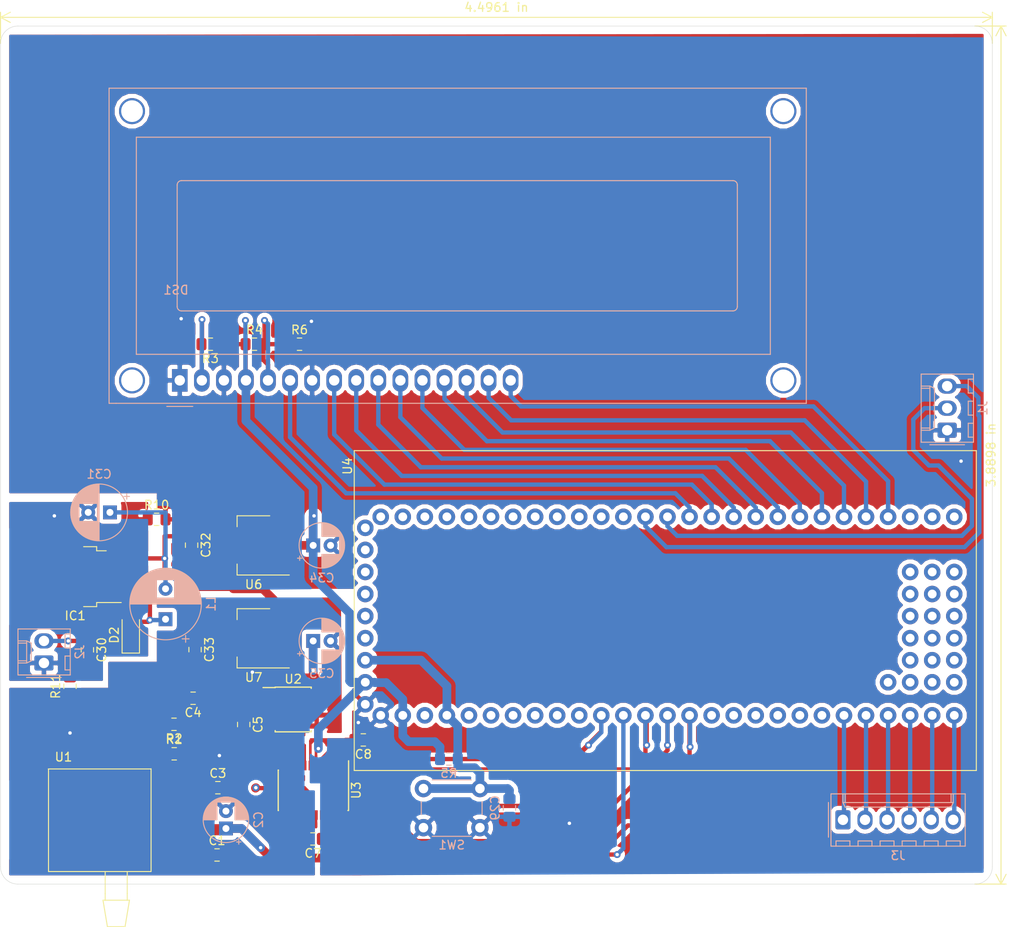
<source format=kicad_pcb>
(kicad_pcb (version 20171130) (host pcbnew 5.0.0-fee4fd1~66~ubuntu16.04.1)
  (layers (0 F.Cu power) (31 B.Cu jumper) (34 B.Paste user) (35 F.Paste user) (36 B.SilkS user) (37 F.SilkS user) (38 B.Mask user) (39 F.Mask user) (44 Edge.Cuts user))
  (net 0 "")
  (net 1 VDDA)
  (net 2 GNDA)
  (net 3 "Net-(C3-Pad1)")
  (net 4 "Net-(C4-Pad2)")
  (net 5 "Net-(C4-Pad1)")
  (net 6 "Net-(C5-Pad1)")
  (net 7 "Net-(C7-Pad1)")
  (net 8 GNDD)
  (net 9 "Net-(C8-Pad1)")
  (net 10 /MicroControlador/RESET)
  (net 11 GND)
  (net 12 +BATT)
  (net 13 VCC)
  (net 14 VDD)
  (net 15 "Net-(D2-Pad2)")
  (net 16 "Net-(DS1-Pad2)")
  (net 17 "Net-(DS1-Pad5)")
  (net 18 /MicroControlador/UART0_RXD)
  (net 19 /MicroControlador/UART0_TXD)
  (net 20 "Net-(J3-Pad1)")
  (net 21 "Net-(J3-Pad2)")
  (net 22 "Net-(J3-Pad3)")
  (net 23 "Net-(J3-Pad4)")
  (net 24 "Net-(J3-Pad5)")
  (net 25 "Net-(J3-Pad6)")
  (net 26 "Net-(U1-Pad1)")
  (net 27 "Net-(U1-Pad8)")
  (net 28 "Net-(U1-Pad5)")
  (net 29 "Net-(U1-Pad6)")
  (net 30 "Net-(U1-Pad7)")
  (net 31 /MicroControlador/SPI_MOSI)
  (net 32 /MicroControlador/SPI_SCK)
  (net 33 "Net-(U3-Pad3)")
  (net 34 /MicroControlador/SPI_CS)
  (net 35 "Net-(U3-Pad12)")
  (net 36 "Net-(U3-Pad13)")
  (net 37 "Net-(U3-Pad18)")
  (net 38 "Net-(U3-Pad21)")
  (net 39 /MicroControlador/~SYNC)
  (net 40 /MicroControlador/SPI_MISO)
  (net 41 "Net-(U4-Pad69)")
  (net 42 "Net-(U4-Pad68)")
  (net 43 "Net-(U4-Pad63)")
  (net 44 "Net-(U4-Pad81)")
  (net 45 "Net-(U4-Pad80)")
  (net 46 "Net-(U4-Pad79)")
  (net 47 "Net-(U4-Pad78)")
  (net 48 "Net-(U4-Pad77)")
  (net 49 "Net-(U4-Pad54)")
  (net 50 "Net-(U4-Pad53)")
  (net 51 "Net-(U4-Pad52)")
  (net 52 "Net-(U4-Pad39)")
  (net 53 "Net-(U4-Pad38)")
  (net 54 "Net-(U4-Pad37)")
  (net 55 "Net-(U4-Pad36)")
  (net 56 "Net-(U4-Pad35)")
  (net 57 "Net-(U4-Pad34)")
  (net 58 "Net-(U4-Pad33)")
  (net 59 "Net-(U4-Pad32)")
  (net 60 "Net-(U4-Pad31)")
  (net 61 "Net-(U4-Pad30)")
  (net 62 "Net-(U4-Pad29)")
  (net 63 "Net-(U4-Pad28)")
  (net 64 "Net-(U4-Pad20)")
  (net 65 "Net-(U4-Pad19)")
  (net 66 "Net-(U4-Pad18)")
  (net 67 "Net-(U4-Pad17)")
  (net 68 "Net-(U4-Pad16)")
  (net 69 "Net-(U4-Pad3)")
  (net 70 "Net-(U4-Pad71)")
  (net 71 "Net-(U4-Pad70)")
  (net 72 "Net-(U4-Pad66)")
  (net 73 "Net-(U4-Pad65)")
  (net 74 "Net-(U4-Pad64)")
  (net 75 "Net-(U4-Pad72)")
  (net 76 /MicroControlador/LCD_RS)
  (net 77 /MicroControlador/LCD_ENABLE)
  (net 78 /MicroControlador/LCD_DB0)
  (net 79 /MicroControlador/LCD_DB1)
  (net 80 /MicroControlador/LCD_DB2)
  (net 81 /MicroControlador/LCD_DB3)
  (net 82 /MicroControlador/LCD_DB4)
  (net 83 /MicroControlador/LCD_DB5)
  (net 84 /MicroControlador/LCD_DB6)
  (net 85 /MicroControlador/LCD_DB7)
  (net 86 "Net-(U4-Pad73)")
  (net 87 "Net-(U4-Pad67)")
  (net 88 "Net-(U4-Pad62)")
  (net 89 "Net-(U4-Pad61)")
  (net 90 "Net-(U4-Pad60)")
  (net 91 "Net-(U4-Pad59)")
  (net 92 "Net-(U4-Pad58)")
  (net 93 "Net-(U4-Pad57)")
  (net 94 "Net-(U4-Pad56)")
  (net 95 "Net-(U4-Pad55)")
  (net 96 "Net-(U4-Pad21)")
  (net 97 "Net-(U4-Pad9)")
  (net 98 "Net-(U4-Pad8)")
  (net 99 "Net-(U4-Pad7)")
  (net 100 "Net-(U4-Pad6)")
  (net 101 "Net-(U4-Pad5)")
  (net 102 "Net-(U4-Pad10)")
  (net 103 "Net-(U2-Pad7)")
  (module footprint:TO-252-5_TabPin3_arreglado (layer F.Cu) (at 97.6 109 180)
    (fp_text reference IC1 (at 0 -4.5 180) (layer F.SilkS))
    (fp_text value LM2575-5.0)
    (pad 1 smd rect (at -6.5 -3 180) (size 2.2 0.8) (layers F.Cu F.Paste F.Mask) (net 12 +BATT))
    (pad 2 smd rect (at -6.5 -1.3 180) (size 2.2 0.8) (layers F.Cu F.Paste F.Mask) (net 15 "Net-(D2-Pad2)"))
    (pad 3 smd rect (at -6.5 0.4 180) (size 2.2 0.8) (layers F.Cu F.Paste F.Mask) (net 11 GND))
    (pad 4 smd rect (at -6.5 2.1 180) (size 2.2 0.8) (layers F.Cu F.Paste F.Mask) (net 13 VCC))
    (pad 5 smd rect (at -6.5 3.8 180) (size 2.2 0.8) (layers F.Cu F.Paste F.Mask) (net 11 GND))
    (pad 3 smd rect (at 2.1 0 180) (size 10 10.2) (layers F.Cu F.Mask) (net 11 GND))
  )
  (module Diode_SMD:D_SOD-123F (layer F.Cu) (at 104 115.6 90)
    (fp_text reference D2 (at -0.127 -1.905 90) (layer F.SilkS))
    (fp_text value MBR120E5FT1G)
    (pad 1 smd rect (at -1.4 0 90) (size 1.1 1.1) (layers F.Cu F.Paste F.Mask) (net 11 GND))
    (pad 2 smd rect (at 1.4 0 90) (size 1.1 1.1) (layers F.Cu F.Paste F.Mask) (net 15 "Net-(D2-Pad2)"))
  )
  (module Displays:WC1602A (layer B.Cu) (at 109.64 86.4)
    (fp_text reference DS1 (at -0.44 -10.4) (layer B.SilkS) (effects (justify mirror)))
    (fp_text value HY1602E)
    (pad 1 thru_hole rect (at 0 0) (size 1.8 2.6) (drill 1.2) (layers *.Cu *.Mask) (net 8 GNDD))
    (pad 2 thru_hole oval (at 2.54 0) (size 1.8 2.6) (drill 1.2) (layers *.Cu *.Mask) (net 16 "Net-(DS1-Pad2)"))
    (pad 3 thru_hole oval (at 5.08 0) (size 1.8 2.6) (drill 1.2) (layers *.Cu *.Mask) (net 8 GNDD))
    (pad 4 thru_hole oval (at 7.62 0) (size 1.8 2.6) (drill 1.2) (layers *.Cu *.Mask) (net 14 VDD))
    (pad 5 thru_hole oval (at 10.16 0) (size 1.8 2.6) (drill 1.2) (layers *.Cu *.Mask) (net 17 "Net-(DS1-Pad5)"))
    (pad 6 thru_hole oval (at 12.7 0) (size 1.8 2.6) (drill 1.2) (layers *.Cu *.Mask) (net 76 /MicroControlador/LCD_RS))
    (pad 7 thru_hole oval (at 15.24 0) (size 1.8 2.6) (drill 1.2) (layers *.Cu *.Mask) (net 8 GNDD))
    (pad 8 thru_hole oval (at 17.78 0) (size 1.8 2.6) (drill 1.2) (layers *.Cu *.Mask) (net 77 /MicroControlador/LCD_ENABLE))
    (pad 9 thru_hole oval (at 20.32 0) (size 1.8 2.6) (drill 1.2) (layers *.Cu *.Mask) (net 78 /MicroControlador/LCD_DB0))
    (pad 10 thru_hole oval (at 22.86 0) (size 1.8 2.6) (drill 1.2) (layers *.Cu *.Mask) (net 79 /MicroControlador/LCD_DB1))
    (pad 11 thru_hole oval (at 25.4 0) (size 1.8 2.6) (drill 1.2) (layers *.Cu *.Mask) (net 80 /MicroControlador/LCD_DB2))
    (pad 12 thru_hole oval (at 27.94 0) (size 1.8 2.6) (drill 1.2) (layers *.Cu *.Mask) (net 81 /MicroControlador/LCD_DB3))
    (pad 13 thru_hole oval (at 30.48 0) (size 1.8 2.6) (drill 1.2) (layers *.Cu *.Mask) (net 82 /MicroControlador/LCD_DB4))
    (pad 14 thru_hole oval (at 33.02 0) (size 1.8 2.6) (drill 1.2) (layers *.Cu *.Mask) (net 83 /MicroControlador/LCD_DB5))
    (pad 15 thru_hole oval (at 35.56 0) (size 1.8 2.6) (drill 1.2) (layers *.Cu *.Mask) (net 84 /MicroControlador/LCD_DB6))
    (pad 16 thru_hole oval (at 38.1 0) (size 1.8 2.6) (drill 1.2) (layers *.Cu *.Mask) (net 85 /MicroControlador/LCD_DB7))
    (pad "" thru_hole circle (at -5.4991 0) (size 3 3) (drill 2.5) (layers *.Cu *.Mask))
    (pad "" thru_hole circle (at -5.4991 -31.0007) (size 3 3) (drill 2.5) (layers *.Cu *.Mask))
    (pad "" thru_hole circle (at 69.49948 -31.0007) (size 3 3) (drill 2.5) (layers *.Cu *.Mask))
    (pad "" thru_hole circle (at 69.5 0) (size 3 3) (drill 2.5) (layers *.Cu *.Mask))
  )
  (module Capacitor_THT:CP_Radial_D5.0mm_P2.00mm (layer B.Cu) (at 114.956169 137.997157 90)
    (fp_text reference C2 (at 1 3.75 90) (layer B.SilkS) (effects (justify mirror)))
    (fp_text value 1.0uF)
    (pad 1 thru_hole rect (at 0 0 90) (size 1.6 1.6) (drill 0.8) (layers *.Cu *.Mask) (net 1 VDDA))
    (pad 2 thru_hole circle (at 2 0 90) (size 1.6 1.6) (drill 0.8) (layers *.Cu *.Mask) (net 2 GNDA))
  )
  (module stick:LPC1769_Target_RevB (layer F.Cu) (at 132.778 124.97 90)
    (fp_text reference U4 (at 28.702 -3.818 90) (layer F.SilkS))
    (fp_text value LPCXPRESSO1769)
    (pad 73 thru_hole circle (at 3.81 58.42 90) (size 1.9 1.9) (drill 1.016) (layers *.Cu *.Mask) (net 86 "Net-(U4-Pad73)"))
    (pad 72 thru_hole circle (at 16.51 60.96 90) (size 1.9 1.9) (drill 1.016) (layers *.Cu *.Mask) (net 75 "Net-(U4-Pad72)"))
    (pad 71 thru_hole circle (at 13.97 60.96 90) (size 1.9 1.9) (drill 1.016) (layers *.Cu *.Mask) (net 70 "Net-(U4-Pad71)"))
    (pad 70 thru_hole circle (at 11.43 60.96 90) (size 1.9 1.9) (drill 1.016) (layers *.Cu *.Mask) (net 71 "Net-(U4-Pad70)"))
    (pad 69 thru_hole circle (at 8.89 60.96 90) (size 1.9 1.9) (drill 1.016) (layers *.Cu *.Mask) (net 41 "Net-(U4-Pad69)"))
    (pad 68 thru_hole circle (at 6.35 60.96 90) (size 1.9 1.9) (drill 1.016) (layers *.Cu *.Mask) (net 42 "Net-(U4-Pad68)"))
    (pad 67 thru_hole circle (at 3.81 60.96 90) (size 1.9 1.9) (drill 1.016) (layers *.Cu *.Mask) (net 87 "Net-(U4-Pad67)"))
    (pad 66 thru_hole circle (at 16.51 63.5 90) (size 1.9 1.9) (drill 1.016) (layers *.Cu *.Mask) (net 72 "Net-(U4-Pad66)"))
    (pad 65 thru_hole circle (at 13.97 63.5 90) (size 1.9 1.9) (drill 1.016) (layers *.Cu *.Mask) (net 73 "Net-(U4-Pad65)"))
    (pad 64 thru_hole circle (at 11.43 63.5 90) (size 1.9 1.9) (drill 1.016) (layers *.Cu *.Mask) (net 74 "Net-(U4-Pad64)"))
    (pad 63 thru_hole circle (at 8.89 63.5 90) (size 1.9 1.9) (drill 1.016) (layers *.Cu *.Mask) (net 43 "Net-(U4-Pad63)"))
    (pad 62 thru_hole circle (at 6.35 63.5 90) (size 1.9 1.9) (drill 1.016) (layers *.Cu *.Mask) (net 88 "Net-(U4-Pad62)"))
    (pad 61 thru_hole circle (at 3.81 63.5 90) (size 1.9 1.9) (drill 1.016) (layers *.Cu *.Mask) (net 89 "Net-(U4-Pad61)"))
    (pad 60 thru_hole circle (at 16.51 66.04 90) (size 1.9 1.9) (drill 1.016) (layers *.Cu *.Mask) (net 90 "Net-(U4-Pad60)"))
    (pad 59 thru_hole circle (at 13.97 66.04 90) (size 1.9 1.9) (drill 1.016) (layers *.Cu *.Mask) (net 91 "Net-(U4-Pad59)"))
    (pad 58 thru_hole circle (at 11.43 66.04 90) (size 1.9 1.9) (drill 1.016) (layers *.Cu *.Mask) (net 92 "Net-(U4-Pad58)"))
    (pad 57 thru_hole circle (at 8.89 66.04 90) (size 1.9 1.9) (drill 1.016) (layers *.Cu *.Mask) (net 93 "Net-(U4-Pad57)"))
    (pad 56 thru_hole circle (at 6.35 66.04 90) (size 1.9 1.9) (drill 1.016) (layers *.Cu *.Mask) (net 94 "Net-(U4-Pad56)"))
    (pad 55 thru_hole circle (at 3.81 66.04 90) (size 1.9 1.9) (drill 1.016) (layers *.Cu *.Mask) (net 95 "Net-(U4-Pad55)"))
    (pad 82 thru_hole circle (at 21.59 -1.778 90) (size 1.9 1.9) (drill 1.016) (layers *.Cu *.Mask))
    (pad 81 thru_hole circle (at 19.05 -1.778 90) (size 1.9 1.9) (drill 1.016) (layers *.Cu *.Mask) (net 44 "Net-(U4-Pad81)"))
    (pad 80 thru_hole circle (at 16.51 -1.778 90) (size 1.9 1.9) (drill 1.016) (layers *.Cu *.Mask) (net 45 "Net-(U4-Pad80)"))
    (pad 79 thru_hole circle (at 13.97 -1.778 90) (size 1.9 1.9) (drill 1.016) (layers *.Cu *.Mask) (net 46 "Net-(U4-Pad79)"))
    (pad 78 thru_hole circle (at 11.43 -1.778 90) (size 1.9 1.9) (drill 1.016) (layers *.Cu *.Mask) (net 47 "Net-(U4-Pad78)"))
    (pad 77 thru_hole circle (at 8.89 -1.778 90) (size 1.9 1.9) (drill 1.016) (layers *.Cu *.Mask) (net 48 "Net-(U4-Pad77)"))
    (pad 76 thru_hole circle (at 6.35 -1.778 90) (size 1.9 1.9) (drill 1.016) (layers *.Cu *.Mask) (net 10 /MicroControlador/RESET))
    (pad 75 thru_hole circle (at 3.81 -1.778 90) (size 1.9 1.9) (drill 1.016) (layers *.Cu *.Mask) (net 14 VDD))
    (pad 74 thru_hole circle (at 1.27 -1.778 90) (size 1.9 1.9) (drill 1.016) (layers *.Cu *.Mask) (net 8 GNDD))
    (pad 54 thru_hole circle (at 22.86 66.04 90) (size 1.9 1.9) (drill 1.016) (layers *.Cu *.Mask) (net 49 "Net-(U4-Pad54)"))
    (pad 53 thru_hole circle (at 22.86 63.5 90) (size 1.9 1.9) (drill 1.016) (layers *.Cu *.Mask) (net 50 "Net-(U4-Pad53)"))
    (pad 52 thru_hole circle (at 22.86 60.96 90) (size 1.9 1.9) (drill 1.016) (layers *.Cu *.Mask) (net 51 "Net-(U4-Pad52)"))
    (pad 51 thru_hole circle (at 22.86 58.42 90) (size 1.9 1.9) (drill 1.016) (layers *.Cu *.Mask) (net 85 /MicroControlador/LCD_DB7))
    (pad 50 thru_hole circle (at 22.86 55.88 90) (size 1.9 1.9) (drill 1.016) (layers *.Cu *.Mask) (net 84 /MicroControlador/LCD_DB6))
    (pad 49 thru_hole circle (at 22.86 53.34 90) (size 1.9 1.9) (drill 1.016) (layers *.Cu *.Mask) (net 83 /MicroControlador/LCD_DB5))
    (pad 48 thru_hole circle (at 22.86 50.8 90) (size 1.9 1.9) (drill 1.016) (layers *.Cu *.Mask) (net 82 /MicroControlador/LCD_DB4))
    (pad 47 thru_hole circle (at 22.86 48.26 90) (size 1.9 1.9) (drill 1.016) (layers *.Cu *.Mask) (net 81 /MicroControlador/LCD_DB3))
    (pad 46 thru_hole circle (at 22.86 45.72 90) (size 1.9 1.9) (drill 1.016) (layers *.Cu *.Mask) (net 80 /MicroControlador/LCD_DB2))
    (pad 45 thru_hole circle (at 22.86 43.18 90) (size 1.9 1.9) (drill 1.016) (layers *.Cu *.Mask) (net 79 /MicroControlador/LCD_DB1))
    (pad 44 thru_hole circle (at 22.86 40.64 90) (size 1.9 1.9) (drill 1.016) (layers *.Cu *.Mask) (net 78 /MicroControlador/LCD_DB0))
    (pad 43 thru_hole circle (at 22.86 38.1 90) (size 1.9 1.9) (drill 1.016) (layers *.Cu *.Mask) (net 77 /MicroControlador/LCD_ENABLE))
    (pad 42 thru_hole circle (at 22.86 35.56 90) (size 1.9 1.9) (drill 1.016) (layers *.Cu *.Mask) (net 76 /MicroControlador/LCD_RS))
    (pad 41 thru_hole circle (at 22.86 33.02 90) (size 1.9 1.9) (drill 1.016) (layers *.Cu *.Mask) (net 18 /MicroControlador/UART0_RXD))
    (pad 40 thru_hole circle (at 22.86 30.48 90) (size 1.9 1.9) (drill 1.016) (layers *.Cu *.Mask) (net 19 /MicroControlador/UART0_TXD))
    (pad 39 thru_hole circle (at 22.86 27.94 90) (size 1.9 1.9) (drill 1.016) (layers *.Cu *.Mask) (net 52 "Net-(U4-Pad39)"))
    (pad 38 thru_hole circle (at 22.86 25.4 90) (size 1.9 1.9) (drill 1.016) (layers *.Cu *.Mask) (net 53 "Net-(U4-Pad38)"))
    (pad 37 thru_hole circle (at 22.86 22.86 90) (size 1.9 1.9) (drill 1.016) (layers *.Cu *.Mask) (net 54 "Net-(U4-Pad37)"))
    (pad 36 thru_hole circle (at 22.86 20.32 90) (size 1.9 1.9) (drill 1.016) (layers *.Cu *.Mask) (net 55 "Net-(U4-Pad36)"))
    (pad 35 thru_hole circle (at 22.86 17.78 90) (size 1.9 1.9) (drill 1.016) (layers *.Cu *.Mask) (net 56 "Net-(U4-Pad35)"))
    (pad 34 thru_hole circle (at 22.86 15.24 90) (size 1.9 1.9) (drill 1.016) (layers *.Cu *.Mask) (net 57 "Net-(U4-Pad34)"))
    (pad 33 thru_hole circle (at 22.86 12.7 90) (size 1.9 1.9) (drill 1.016) (layers *.Cu *.Mask) (net 58 "Net-(U4-Pad33)"))
    (pad 32 thru_hole circle (at 22.86 10.16 90) (size 1.9 1.9) (drill 1.016) (layers *.Cu *.Mask) (net 59 "Net-(U4-Pad32)"))
    (pad 31 thru_hole circle (at 22.86 7.62 90) (size 1.9 1.9) (drill 1.016) (layers *.Cu *.Mask) (net 60 "Net-(U4-Pad31)"))
    (pad 30 thru_hole circle (at 22.86 5.08 90) (size 1.9 1.9) (drill 1.016) (layers *.Cu *.Mask) (net 61 "Net-(U4-Pad30)"))
    (pad 29 thru_hole circle (at 22.86 2.54 90) (size 1.9 1.9) (drill 1.016) (layers *.Cu *.Mask) (net 62 "Net-(U4-Pad29)"))
    (pad 28 thru_hole circle (at 22.86 0 90) (size 1.9 1.9) (drill 1.016) (layers *.Cu *.Mask) (net 63 "Net-(U4-Pad28)"))
    (pad 27 thru_hole circle (at 0 66.04 90) (size 1.9 1.9) (drill 1.016) (layers *.Cu *.Mask) (net 25 "Net-(J3-Pad6)"))
    (pad 26 thru_hole circle (at 0 63.5 90) (size 1.9 1.9) (drill 1.016) (layers *.Cu *.Mask) (net 24 "Net-(J3-Pad5)"))
    (pad 25 thru_hole circle (at 0 60.96 90) (size 1.9 1.9) (drill 1.016) (layers *.Cu *.Mask) (net 23 "Net-(J3-Pad4)"))
    (pad 24 thru_hole circle (at 0 58.42 90) (size 1.9 1.9) (drill 1.016) (layers *.Cu *.Mask) (net 22 "Net-(J3-Pad3)"))
    (pad 23 thru_hole circle (at 0 55.88 90) (size 1.9 1.9) (drill 1.016) (layers *.Cu *.Mask) (net 21 "Net-(J3-Pad2)"))
    (pad 22 thru_hole circle (at 0 53.34 90) (size 1.9 1.9) (drill 1.016) (layers *.Cu *.Mask) (net 20 "Net-(J3-Pad1)"))
    (pad 21 thru_hole circle (at 0 50.8 90) (size 1.9 1.9) (drill 1.016) (layers *.Cu *.Mask) (net 96 "Net-(U4-Pad21)"))
    (pad 20 thru_hole circle (at 0 48.26 90) (size 1.9 1.9) (drill 1.016) (layers *.Cu *.Mask) (net 64 "Net-(U4-Pad20)"))
    (pad 19 thru_hole circle (at 0 45.72 90) (size 1.9 1.9) (drill 1.016) (layers *.Cu *.Mask) (net 65 "Net-(U4-Pad19)"))
    (pad 18 thru_hole circle (at 0 43.18 90) (size 1.9 1.9) (drill 1.016) (layers *.Cu *.Mask) (net 66 "Net-(U4-Pad18)"))
    (pad 17 thru_hole circle (at 0 40.64 90) (size 1.9 1.9) (drill 1.016) (layers *.Cu *.Mask) (net 67 "Net-(U4-Pad17)"))
    (pad 16 thru_hole circle (at 0 38.1 90) (size 1.9 1.9) (drill 1.016) (layers *.Cu *.Mask) (net 68 "Net-(U4-Pad16)"))
    (pad 15 thru_hole circle (at 0 35.56 90) (size 1.9 1.9) (drill 1.016) (layers *.Cu *.Mask) (net 39 /MicroControlador/~SYNC))
    (pad 14 thru_hole circle (at 0 33.02 90) (size 1.9 1.9) (drill 1.016) (layers *.Cu *.Mask) (net 34 /MicroControlador/SPI_CS))
    (pad 13 thru_hole circle (at 0 30.48 90) (size 1.9 1.9) (drill 1.016) (layers *.Cu *.Mask) (net 32 /MicroControlador/SPI_SCK))
    (pad 12 thru_hole circle (at 0 27.94 90) (size 1.9 1.9) (drill 1.016) (layers *.Cu *.Mask) (net 40 /MicroControlador/SPI_MISO))
    (pad 11 thru_hole circle (at 0 25.4 90) (size 1.9 1.9) (drill 1.016) (layers *.Cu *.Mask) (net 31 /MicroControlador/SPI_MOSI))
    (pad 10 thru_hole circle (at 0 22.86 90) (size 1.9 1.9) (drill 1.016) (layers *.Cu *.Mask) (net 102 "Net-(U4-Pad10)"))
    (pad 9 thru_hole circle (at 0 20.32 90) (size 1.9 1.9) (drill 1.016) (layers *.Cu *.Mask) (net 97 "Net-(U4-Pad9)"))
    (pad 8 thru_hole circle (at 0 17.78 90) (size 1.9 1.9) (drill 1.016) (layers *.Cu *.Mask) (net 98 "Net-(U4-Pad8)"))
    (pad 7 thru_hole circle (at 0 15.24 90) (size 1.9 1.9) (drill 1.016) (layers *.Cu *.Mask) (net 99 "Net-(U4-Pad7)"))
    (pad 6 thru_hole circle (at 0 12.7 90) (size 1.9 1.9) (drill 1.016) (layers *.Cu *.Mask) (net 100 "Net-(U4-Pad6)"))
    (pad 5 thru_hole circle (at 0 10.16 90) (size 1.9 1.9) (drill 1.016) (layers *.Cu *.Mask) (net 101 "Net-(U4-Pad5)"))
    (pad 4 thru_hole circle (at 0 7.62 90) (size 1.9 1.9) (drill 1.016) (layers *.Cu *.Mask) (net 10 /MicroControlador/RESET))
    (pad 3 thru_hole circle (at 0 5.08 90) (size 1.9 1.9) (drill 1.016) (layers *.Cu *.Mask) (net 69 "Net-(U4-Pad3)"))
    (pad 2 thru_hole circle (at 0 2.54 90) (size 1.9 1.9) (drill 1.016) (layers *.Cu *.Mask) (net 14 VDD))
    (pad 1 thru_hole circle (at 0 0 90) (size 1.9 1.9) (drill 1.016) (layers *.Cu *.Mask) (net 8 GNDD))
  )
  (module Package_SO:TSSOP-24_4.4x7.8mm_P0.65mm (layer F.Cu) (at 125 133.6 270)
    (fp_text reference U3 (at 0 -4.95 270) (layer F.SilkS))
    (fp_text value AD7124)
    (pad 1 smd rect (at -2.85 -3.575 270) (size 1.1 0.4) (layers F.Cu F.Paste F.Mask) (net 31 /MicroControlador/SPI_MOSI))
    (pad 2 smd rect (at -2.85 -2.925 270) (size 1.1 0.4) (layers F.Cu F.Paste F.Mask) (net 32 /MicroControlador/SPI_SCK))
    (pad 3 smd rect (at -2.85 -2.275 270) (size 1.1 0.4) (layers F.Cu F.Paste F.Mask) (net 33 "Net-(U3-Pad3)"))
    (pad 4 smd rect (at -2.85 -1.625 270) (size 1.1 0.4) (layers F.Cu F.Paste F.Mask) (net 34 /MicroControlador/SPI_CS))
    (pad 5 smd rect (at -2.85 -0.975 270) (size 1.1 0.4) (layers F.Cu F.Paste F.Mask) (net 9 "Net-(C8-Pad1)"))
    (pad 6 smd rect (at -2.85 -0.325 270) (size 1.1 0.4) (layers F.Cu F.Paste F.Mask) (net 14 VDD))
    (pad 7 smd rect (at -2.85 0.325 270) (size 1.1 0.4) (layers F.Cu F.Paste F.Mask) (net 8 GNDD))
    (pad 8 smd rect (at -2.85 0.975 270) (size 1.1 0.4) (layers F.Cu F.Paste F.Mask) (net 5 "Net-(C4-Pad1)"))
    (pad 9 smd rect (at -2.85 1.625 270) (size 1.1 0.4) (layers F.Cu F.Paste F.Mask) (net 2 GNDA))
    (pad 10 smd rect (at -2.85 2.275 270) (size 1.1 0.4) (layers F.Cu F.Paste F.Mask) (net 2 GNDA))
    (pad 11 smd rect (at -2.85 2.925 270) (size 1.1 0.4) (layers F.Cu F.Paste F.Mask) (net 2 GNDA))
    (pad 12 smd rect (at -2.85 3.575 270) (size 1.1 0.4) (layers F.Cu F.Paste F.Mask) (net 35 "Net-(U3-Pad12)"))
    (pad 13 smd rect (at 2.85 3.575 270) (size 1.1 0.4) (layers F.Cu F.Paste F.Mask) (net 36 "Net-(U3-Pad13)"))
    (pad 14 smd rect (at 2.85 2.925 270) (size 1.1 0.4) (layers F.Cu F.Paste F.Mask) (net 2 GNDA))
    (pad 15 smd rect (at 2.85 2.275 270) (size 1.1 0.4) (layers F.Cu F.Paste F.Mask) (net 2 GNDA))
    (pad 16 smd rect (at 2.85 1.625 270) (size 1.1 0.4) (layers F.Cu F.Paste F.Mask) (net 2 GNDA))
    (pad 17 smd rect (at 2.85 0.975 270) (size 1.1 0.4) (layers F.Cu F.Paste F.Mask) (net 2 GNDA))
    (pad 18 smd rect (at 2.85 0.325 270) (size 1.1 0.4) (layers F.Cu F.Paste F.Mask) (net 37 "Net-(U3-Pad18)"))
    (pad 19 smd rect (at 2.85 -0.325 270) (size 1.1 0.4) (layers F.Cu F.Paste F.Mask) (net 2 GNDA))
    (pad 20 smd rect (at 2.85 -0.975 270) (size 1.1 0.4) (layers F.Cu F.Paste F.Mask) (net 7 "Net-(C7-Pad1)"))
    (pad 21 smd rect (at 2.85 -1.625 270) (size 1.1 0.4) (layers F.Cu F.Paste F.Mask) (net 38 "Net-(U3-Pad21)"))
    (pad 22 smd rect (at 2.85 -2.275 270) (size 1.1 0.4) (layers F.Cu F.Paste F.Mask) (net 1 VDDA))
    (pad 23 smd rect (at 2.85 -2.925 270) (size 1.1 0.4) (layers F.Cu F.Paste F.Mask) (net 39 /MicroControlador/~SYNC))
    (pad 24 smd rect (at 2.85 -3.575 270) (size 1.1 0.4) (layers F.Cu F.Paste F.Mask) (net 40 /MicroControlador/SPI_MISO))
  )
  (module Capacitor_SMD:C_0805_2012Metric_Pad1.15x1.40mm_HandSolder (layer F.Cu) (at 113.931169 141.045157)
    (fp_text reference C1 (at 0 -1.65) (layer F.SilkS))
    (fp_text value 0.1uF)
    (pad 1 smd roundrect (at -1.025 0) (size 1.15 1.4) (layers F.Cu F.Paste F.Mask) (roundrect_rratio 0.217391) (net 1 VDDA))
    (pad 2 smd roundrect (at 1.025 0) (size 1.15 1.4) (layers F.Cu F.Paste F.Mask) (roundrect_rratio 0.217391) (net 2 GNDA))
  )
  (module Capacitor_SMD:C_0805_2012Metric_Pad1.15x1.40mm_HandSolder (layer F.Cu) (at 114.025 133.298157)
    (fp_text reference C3 (at 0 -1.65) (layer F.SilkS))
    (fp_text value 470pF)
    (pad 2 smd roundrect (at 1.025 0) (size 1.15 1.4) (layers F.Cu F.Paste F.Mask) (roundrect_rratio 0.217391) (net 2 GNDA))
    (pad 1 smd roundrect (at -1.025 0) (size 1.15 1.4) (layers F.Cu F.Paste F.Mask) (roundrect_rratio 0.217391) (net 3 "Net-(C3-Pad1)"))
  )
  (module Capacitor_SMD:C_0805_2012Metric_Pad1.15x1.40mm_HandSolder (layer F.Cu) (at 111.175 123 180)
    (fp_text reference C4 (at 0 -1.65 180) (layer F.SilkS))
    (fp_text value 10nF)
    (pad 2 smd roundrect (at 1.025 0 180) (size 1.15 1.4) (layers F.Cu F.Paste F.Mask) (roundrect_rratio 0.217391) (net 4 "Net-(C4-Pad2)"))
    (pad 1 smd roundrect (at -1.025 0 180) (size 1.15 1.4) (layers F.Cu F.Paste F.Mask) (roundrect_rratio 0.217391) (net 5 "Net-(C4-Pad1)"))
  )
  (module Capacitor_SMD:C_0805_2012Metric_Pad1.15x1.40mm_HandSolder (layer F.Cu) (at 117 126.025 270)
    (fp_text reference C5 (at 0 -1.65 270) (layer F.SilkS))
    (fp_text value 10nF)
    (pad 1 smd roundrect (at -1.025 0 270) (size 1.15 1.4) (layers F.Cu F.Paste F.Mask) (roundrect_rratio 0.217391) (net 6 "Net-(C5-Pad1)"))
    (pad 2 smd roundrect (at 1.025 0 270) (size 1.15 1.4) (layers F.Cu F.Paste F.Mask) (roundrect_rratio 0.217391) (net 2 GNDA))
  )
  (module Capacitor_SMD:C_0805_2012Metric_Pad1.15x1.40mm_HandSolder (layer F.Cu) (at 124.975 139.2 180)
    (fp_text reference C7 (at 0 -1.65 180) (layer F.SilkS))
    (fp_text value 0.1uF)
    (pad 1 smd roundrect (at -1.025 0 180) (size 1.15 1.4) (layers F.Cu F.Paste F.Mask) (roundrect_rratio 0.217391) (net 7 "Net-(C7-Pad1)"))
    (pad 2 smd roundrect (at 1.025 0 180) (size 1.15 1.4) (layers F.Cu F.Paste F.Mask) (roundrect_rratio 0.217391) (net 2 GNDA))
  )
  (module Capacitor_SMD:C_0805_2012Metric_Pad1.15x1.40mm_HandSolder (layer F.Cu) (at 130.775 127.8 180)
    (fp_text reference C8 (at 0 -1.65 180) (layer F.SilkS))
    (fp_text value 0.1uF)
    (pad 2 smd roundrect (at 1.025 0 180) (size 1.15 1.4) (layers F.Cu F.Paste F.Mask) (roundrect_rratio 0.217391) (net 8 GNDD))
    (pad 1 smd roundrect (at -1.025 0 180) (size 1.15 1.4) (layers F.Cu F.Paste F.Mask) (roundrect_rratio 0.217391) (net 9 "Net-(C8-Pad1)"))
  )
  (module Capacitor_SMD:C_0805_2012Metric_Pad1.15x1.40mm_HandSolder (layer B.Cu) (at 147.6 135.625 270)
    (fp_text reference C29 (at 0 1.65 270) (layer B.SilkS) (effects (justify mirror)))
    (fp_text value 100nF)
    (pad 1 smd roundrect (at -1.025 0 270) (size 1.15 1.4) (layers B.Cu B.Paste B.Mask) (roundrect_rratio 0.217391) (net 10 /MicroControlador/RESET))
    (pad 2 smd roundrect (at 1.025 0 270) (size 1.15 1.4) (layers B.Cu B.Paste B.Mask) (roundrect_rratio 0.217391) (net 8 GNDD))
  )
  (module Capacitor_SMD:C_0805_2012Metric_Pad1.15x1.40mm_HandSolder (layer F.Cu) (at 99 117.425 270)
    (fp_text reference C30 (at 0 -1.65 270) (layer F.SilkS))
    (fp_text value 100nF)
    (pad 2 smd roundrect (at 1.025 0 270) (size 1.15 1.4) (layers F.Cu F.Paste F.Mask) (roundrect_rratio 0.217391) (net 11 GND))
    (pad 1 smd roundrect (at -1.025 0 270) (size 1.15 1.4) (layers F.Cu F.Paste F.Mask) (roundrect_rratio 0.217391) (net 12 +BATT))
  )
  (module Capacitor_THT:CP_Radial_D6.3mm_P2.50mm (layer B.Cu) (at 101.6 101.6 180)
    (fp_text reference C31 (at 1.25 4.4 180) (layer B.SilkS) (effects (justify mirror)))
    (fp_text value 220uF)
    (pad 1 thru_hole rect (at 0 0 180) (size 1.6 1.6) (drill 0.8) (layers *.Cu *.Mask) (net 13 VCC))
    (pad 2 thru_hole circle (at 2.5 0 180) (size 1.6 1.6) (drill 0.8) (layers *.Cu *.Mask) (net 11 GND))
  )
  (module Capacitor_SMD:C_0805_2012Metric_Pad1.15x1.40mm_HandSolder (layer F.Cu) (at 111 105.375 270)
    (fp_text reference C32 (at 0 -1.65 270) (layer F.SilkS))
    (fp_text value 100nF)
    (pad 1 smd roundrect (at -1.025 0 270) (size 1.15 1.4) (layers F.Cu F.Paste F.Mask) (roundrect_rratio 0.217391) (net 13 VCC))
    (pad 2 smd roundrect (at 1.025 0 270) (size 1.15 1.4) (layers F.Cu F.Paste F.Mask) (roundrect_rratio 0.217391) (net 8 GNDD))
  )
  (module Capacitor_SMD:C_0805_2012Metric_Pad1.15x1.40mm_HandSolder (layer F.Cu) (at 111.4 117.4 270)
    (fp_text reference C33 (at 0 -1.65 270) (layer F.SilkS))
    (fp_text value 100nF)
    (pad 2 smd roundrect (at 1.025 0 270) (size 1.15 1.4) (layers F.Cu F.Paste F.Mask) (roundrect_rratio 0.217391) (net 2 GNDA))
    (pad 1 smd roundrect (at -1.025 0 270) (size 1.15 1.4) (layers F.Cu F.Paste F.Mask) (roundrect_rratio 0.217391) (net 13 VCC))
  )
  (module Capacitor_THT:CP_Radial_D5.0mm_P2.00mm (layer B.Cu) (at 125 105.4)
    (fp_text reference C34 (at 1 3.75) (layer B.SilkS) (effects (justify mirror)))
    (fp_text value 10uF)
    (pad 1 thru_hole rect (at 0 0) (size 1.6 1.6) (drill 0.8) (layers *.Cu *.Mask) (net 14 VDD))
    (pad 2 thru_hole circle (at 2 0) (size 1.6 1.6) (drill 0.8) (layers *.Cu *.Mask) (net 8 GNDD))
  )
  (module Capacitor_THT:CP_Radial_D5.0mm_P2.00mm (layer B.Cu) (at 125 116.4)
    (fp_text reference C35 (at 1 3.75) (layer B.SilkS) (effects (justify mirror)))
    (fp_text value 10uF)
    (pad 2 thru_hole circle (at 2 0) (size 1.6 1.6) (drill 0.8) (layers *.Cu *.Mask) (net 2 GNDA))
    (pad 1 thru_hole rect (at 0 0) (size 1.6 1.6) (drill 0.8) (layers *.Cu *.Mask) (net 1 VDDA))
  )
  (module Connector_Molex:Molex_KK-254_AE-6410-03A_1x03_P2.54mm_Vertical (layer B.Cu) (at 198 92.14 90)
    (fp_text reference J1 (at 2.54 4.12 90) (layer B.SilkS) (effects (justify mirror)))
    (fp_text value "Comunicacion con PC")
    (pad 1 thru_hole roundrect (at 0 0 90) (size 1.74 2.2) (drill 1.2) (layers *.Cu *.Mask) (roundrect_rratio 0.143678) (net 8 GNDD))
    (pad 2 thru_hole oval (at 2.54 0 90) (size 1.74 2.2) (drill 1.2) (layers *.Cu *.Mask) (net 18 /MicroControlador/UART0_RXD))
    (pad 3 thru_hole oval (at 5.08 0 90) (size 1.74 2.2) (drill 1.2) (layers *.Cu *.Mask) (net 19 /MicroControlador/UART0_TXD))
  )
  (module Connector_Molex:Molex_KK-254_AE-6410-02A_1x02_P2.54mm_Vertical (layer B.Cu) (at 94 118.94 90)
    (fp_text reference J2 (at 1.27 4.12 90) (layer B.SilkS) (effects (justify mirror)))
    (fp_text value bateria)
    (pad 1 thru_hole roundrect (at 0 0 90) (size 1.74 2.2) (drill 1.2) (layers *.Cu *.Mask) (roundrect_rratio 0.143678) (net 11 GND))
    (pad 2 thru_hole oval (at 2.54 0 90) (size 1.74 2.2) (drill 1.2) (layers *.Cu *.Mask) (net 12 +BATT))
  )
  (module Connector_Molex:Molex_KK-254_AE-6410-06A_1x06_P2.54mm_Vertical (layer B.Cu) (at 186 137)
    (fp_text reference J3 (at 6.35 4.12) (layer B.SilkS) (effects (justify mirror)))
    (fp_text value AUX)
    (pad 1 thru_hole roundrect (at 0 0) (size 1.74 2.2) (drill 1.2) (layers *.Cu *.Mask) (roundrect_rratio 0.143678) (net 20 "Net-(J3-Pad1)"))
    (pad 2 thru_hole oval (at 2.54 0) (size 1.74 2.2) (drill 1.2) (layers *.Cu *.Mask) (net 21 "Net-(J3-Pad2)"))
    (pad 3 thru_hole oval (at 5.08 0) (size 1.74 2.2) (drill 1.2) (layers *.Cu *.Mask) (net 22 "Net-(J3-Pad3)"))
    (pad 4 thru_hole oval (at 7.62 0) (size 1.74 2.2) (drill 1.2) (layers *.Cu *.Mask) (net 23 "Net-(J3-Pad4)"))
    (pad 5 thru_hole oval (at 10.16 0) (size 1.74 2.2) (drill 1.2) (layers *.Cu *.Mask) (net 24 "Net-(J3-Pad5)"))
    (pad 6 thru_hole oval (at 12.7 0) (size 1.74 2.2) (drill 1.2) (layers *.Cu *.Mask) (net 25 "Net-(J3-Pad6)"))
  )
  (module Capacitor_THT:CP_Radial_D8.0mm_P3.50mm (layer B.Cu) (at 108 113.9 90)
    (fp_text reference L1 (at 1.75 5.25 90) (layer B.SilkS) (effects (justify mirror)))
    (fp_text value 220uH)
    (pad 1 thru_hole rect (at 0 0 90) (size 1.6 1.6) (drill 0.8) (layers *.Cu *.Mask) (net 15 "Net-(D2-Pad2)"))
    (pad 2 thru_hole circle (at 3.5 0 90) (size 1.6 1.6) (drill 0.8) (layers *.Cu *.Mask) (net 13 VCC))
  )
  (module Resistor_SMD:R_0805_2012Metric_Pad1.15x1.40mm_HandSolder (layer F.Cu) (at 109 129.4)
    (fp_text reference R1 (at 0 -1.65) (layer F.SilkS))
    (fp_text value 33K)
    (pad 2 smd roundrect (at 1.025 0) (size 1.15 1.4) (layers F.Cu F.Paste F.Mask) (roundrect_rratio 0.217391) (net 3 "Net-(C3-Pad1)"))
    (pad 1 smd roundrect (at -1.025 0) (size 1.15 1.4) (layers F.Cu F.Paste F.Mask) (roundrect_rratio 0.217391) (net 4 "Net-(C4-Pad2)"))
  )
  (module Resistor_SMD:R_0805_2012Metric_Pad1.15x1.40mm_HandSolder (layer F.Cu) (at 108.975 126 180)
    (fp_text reference R2 (at 0 -1.65 180) (layer F.SilkS))
    (fp_text value 33K)
    (pad 1 smd roundrect (at -1.025 0 180) (size 1.15 1.4) (layers F.Cu F.Paste F.Mask) (roundrect_rratio 0.217391) (net 6 "Net-(C5-Pad1)"))
    (pad 2 smd roundrect (at 1.025 0 180) (size 1.15 1.4) (layers F.Cu F.Paste F.Mask) (roundrect_rratio 0.217391) (net 4 "Net-(C4-Pad2)"))
  )
  (module Resistor_SMD:R_0805_2012Metric_Pad1.15x1.40mm_HandSolder (layer F.Cu) (at 113.160792 82.234348 180)
    (fp_text reference R3 (at 0 -1.65 180) (layer F.SilkS))
    (fp_text value 470R)
    (pad 1 smd roundrect (at -1.025 0 180) (size 1.15 1.4) (layers F.Cu F.Paste F.Mask) (roundrect_rratio 0.217391) (net 14 VDD))
    (pad 2 smd roundrect (at 1.025 0 180) (size 1.15 1.4) (layers F.Cu F.Paste F.Mask) (roundrect_rratio 0.217391) (net 16 "Net-(DS1-Pad2)"))
  )
  (module Resistor_SMD:R_0805_2012Metric_Pad1.15x1.40mm_HandSolder (layer F.Cu) (at 118.240792 82.234348)
    (fp_text reference R4 (at 0 -1.65) (layer F.SilkS))
    (fp_text value 1K)
    (pad 1 smd roundrect (at -1.025 0) (size 1.15 1.4) (layers F.Cu F.Paste F.Mask) (roundrect_rratio 0.217391) (net 14 VDD))
    (pad 2 smd roundrect (at 1.025 0) (size 1.15 1.4) (layers F.Cu F.Paste F.Mask) (roundrect_rratio 0.217391) (net 17 "Net-(DS1-Pad5)"))
  )
  (module Resistor_SMD:R_0805_2012Metric_Pad1.15x1.40mm_HandSolder (layer B.Cu) (at 140.625 130)
    (fp_text reference R5 (at 0 1.65) (layer B.SilkS) (effects (justify mirror)))
    (fp_text value 100k)
    (pad 2 smd roundrect (at 1.025 0) (size 1.15 1.4) (layers B.Cu B.Paste B.Mask) (roundrect_rratio 0.217391) (net 10 /MicroControlador/RESET))
    (pad 1 smd roundrect (at -1.025 0) (size 1.15 1.4) (layers B.Cu B.Paste B.Mask) (roundrect_rratio 0.217391) (net 14 VDD))
  )
  (module Resistor_SMD:R_0805_2012Metric_Pad1.15x1.40mm_HandSolder (layer F.Cu) (at 123.430792 82.234348)
    (fp_text reference R6 (at 0 -1.65) (layer F.SilkS))
    (fp_text value 1K)
    (pad 2 smd roundrect (at 1.025 0) (size 1.15 1.4) (layers F.Cu F.Paste F.Mask) (roundrect_rratio 0.217391) (net 8 GNDD))
    (pad 1 smd roundrect (at -1.025 0) (size 1.15 1.4) (layers F.Cu F.Paste F.Mask) (roundrect_rratio 0.217391) (net 17 "Net-(DS1-Pad5)"))
  )
  (module Resistor_SMD:R_0805_2012Metric_Pad1.15x1.40mm_HandSolder (layer F.Cu) (at 106.975 102.4)
    (fp_text reference R10 (at 0 -1.65) (layer F.SilkS))
    (fp_text value 0)
    (pad 1 smd roundrect (at -1.025 0) (size 1.15 1.4) (layers F.Cu F.Paste F.Mask) (roundrect_rratio 0.217391) (net 11 GND))
    (pad 2 smd roundrect (at 1.025 0) (size 1.15 1.4) (layers F.Cu F.Paste F.Mask) (roundrect_rratio 0.217391) (net 8 GNDD))
  )
  (module Resistor_SMD:R_0805_2012Metric_Pad1.15x1.40mm_HandSolder (layer F.Cu) (at 97 121.625 90)
    (fp_text reference R11 (at 0 -1.65 90) (layer F.SilkS))
    (fp_text value 0)
    (pad 2 smd roundrect (at 1.025 0 90) (size 1.15 1.4) (layers F.Cu F.Paste F.Mask) (roundrect_rratio 0.217391) (net 11 GND))
    (pad 1 smd roundrect (at -1.025 0 90) (size 1.15 1.4) (layers F.Cu F.Paste F.Mask) (roundrect_rratio 0.217391) (net 2 GNDA))
  )
  (module Button_Switch_THT:SW_PUSH_6mm (layer B.Cu) (at 137.7 137.9)
    (fp_text reference SW1 (at 3.25 2) (layer B.SilkS) (effects (justify mirror)))
    (fp_text value RESET)
    (pad 2 thru_hole circle (at 0 -4.5 270) (size 2 2) (drill 1.1) (layers *.Cu *.Mask) (net 10 /MicroControlador/RESET))
    (pad 1 thru_hole circle (at 0 0 270) (size 2 2) (drill 1.1) (layers *.Cu *.Mask) (net 8 GNDD))
    (pad 2 thru_hole circle (at 6.5 -4.5 270) (size 2 2) (drill 1.1) (layers *.Cu *.Mask) (net 10 /MicroControlador/RESET))
    (pad 1 thru_hole circle (at 6.5 0 270) (size 2 2) (drill 1.1) (layers *.Cu *.Mask) (net 8 GNDD))
  )
  (module Package_SO:SOP-8 (layer F.Cu) (at 108.8 140.82 180)
    (fp_text reference U1 (at 12.5476 11.049 180) (layer F.SilkS))
    (fp_text value MP3V5050GP)
    (pad 4 smd rect (at 0 7.62 180) (size 2.54 1.52) (layers F.Cu F.Paste F.Mask) (net 3 "Net-(C3-Pad1)"))
    (pad 3 smd rect (at 0 5.08 180) (size 2.54 1.52) (layers F.Cu F.Paste F.Mask) (net 2 GNDA))
    (pad 2 smd rect (at 0 2.54 180) (size 2.54 1.52) (layers F.Cu F.Paste F.Mask) (net 1 VDDA))
    (pad 1 smd rect (at 0 0 180) (size 2.54 1.52) (layers F.Cu F.Paste F.Mask) (net 26 "Net-(U1-Pad1)"))
    (pad 8 smd rect (at 16.764 0 180) (size 2.54 1.52) (layers F.Cu F.Paste F.Mask) (net 27 "Net-(U1-Pad8)"))
    (pad 5 smd rect (at 16.764 7.62 180) (size 2.54 1.52) (layers F.Cu F.Paste F.Mask) (net 28 "Net-(U1-Pad5)"))
    (pad 6 smd rect (at 16.764 5.08 180) (size 2.54 1.52) (layers F.Cu F.Paste F.Mask) (net 29 "Net-(U1-Pad6)"))
    (pad 7 smd rect (at 16.764 2.54 180) (size 2.54 1.52) (layers F.Cu F.Paste F.Mask) (net 30 "Net-(U1-Pad7)"))
  )
  (module Package_SO:SOIC-8_3.9x4.9mm_P1.27mm (layer F.Cu) (at 122.7 124.295)
    (fp_text reference U2 (at 0 -3.5) (layer F.SilkS))
    (fp_text value MCP6002-xSN)
    (pad 1 smd rect (at -2.7 -1.905) (size 1.55 0.6) (layers F.Cu F.Paste F.Mask) (net 5 "Net-(C4-Pad1)"))
    (pad 2 smd rect (at -2.7 -0.635) (size 1.55 0.6) (layers F.Cu F.Paste F.Mask) (net 5 "Net-(C4-Pad1)"))
    (pad 3 smd rect (at -2.7 0.635) (size 1.55 0.6) (layers F.Cu F.Paste F.Mask) (net 6 "Net-(C5-Pad1)"))
    (pad 4 smd rect (at -2.7 1.905) (size 1.55 0.6) (layers F.Cu F.Paste F.Mask) (net 2 GNDA))
    (pad 5 smd rect (at 2.7 1.905) (size 1.55 0.6) (layers F.Cu F.Paste F.Mask) (net 2 GNDA))
    (pad 6 smd rect (at 2.7 0.635) (size 1.55 0.6) (layers F.Cu F.Paste F.Mask) (net 2 GNDA))
    (pad 7 smd rect (at 2.7 -0.635) (size 1.55 0.6) (layers F.Cu F.Paste F.Mask) (net 103 "Net-(U2-Pad7)"))
    (pad 8 smd rect (at 2.7 -1.905) (size 1.55 0.6) (layers F.Cu F.Paste F.Mask) (net 1 VDDA))
  )
  (module Package_TO_SOT_SMD:SOT-223-3_TabPin2 (layer F.Cu) (at 118.15 105.4 180)
    (fp_text reference U6 (at 0 -4.5 180) (layer F.SilkS))
    (fp_text value NCP1117ST33T3G)
    (pad 1 smd rect (at -3.15 -2.3 180) (size 2 1.5) (layers F.Cu F.Paste F.Mask) (net 8 GNDD))
    (pad 3 smd rect (at -3.15 2.3 180) (size 2 1.5) (layers F.Cu F.Paste F.Mask) (net 13 VCC))
    (pad 2 smd rect (at -3.15 0 180) (size 2 1.5) (layers F.Cu F.Paste F.Mask) (net 14 VDD))
    (pad 2 smd rect (at 3.15 0 180) (size 2 3.8) (layers F.Cu F.Paste F.Mask) (net 14 VDD))
  )
  (module Package_TO_SOT_SMD:SOT-223-3_TabPin2 (layer F.Cu) (at 118.15 116.1 180)
    (fp_text reference U7 (at 0 -4.5 180) (layer F.SilkS))
    (fp_text value LDL1117S30R)
    (pad 2 smd rect (at 3.15 0 180) (size 2 3.8) (layers F.Cu F.Paste F.Mask) (net 1 VDDA))
    (pad 2 smd rect (at -3.15 0 180) (size 2 1.5) (layers F.Cu F.Paste F.Mask) (net 1 VDDA))
    (pad 3 smd rect (at -3.15 2.3 180) (size 2 1.5) (layers F.Cu F.Paste F.Mask) (net 13 VCC))
    (pad 1 smd rect (at -3.15 -2.3 180) (size 2 1.5) (layers F.Cu F.Paste F.Mask) (net 2 GNDA))
  )
  (dimension 98.8 (width 0.12) (layer F.SilkS) (gr_text "98,800 mm" (at 205.47 95 90) (layer F.SilkS) (effects (font (size 1 1) (thickness 0.15)))) (feature1 (pts (xy 201.2 45.6) (xy 204.786421 45.6))) (feature2 (pts (xy 201.2 144.4) (xy 204.786421 144.4))) (crossbar (pts (xy 204.2 144.4) (xy 204.2 45.6))) (arrow1a (pts (xy 204.2 45.6) (xy 204.786421 46.726504))) (arrow1b (pts (xy 204.2 45.6) (xy 203.613579 46.726504))) (arrow2a (pts (xy 204.2 144.4) (xy 204.786421 143.273496))) (arrow2b (pts (xy 204.2 144.4) (xy 203.613579 143.273496))))
  (dimension 114.2 (width 0.12) (layer F.SilkS) (gr_text "114,200 mm" (at 146.1 43.330001) (layer F.SilkS) (effects (font (size 1 1) (thickness 0.15)))) (feature1 (pts (xy 89 47.6) (xy 89 44.01358))) (feature2 (pts (xy 203.2 47.6) (xy 203.2 44.01358))) (crossbar (pts (xy 203.2 44.600001) (xy 89 44.600001))) (arrow1a (pts (xy 89 44.600001) (xy 90.126504 44.01358))) (arrow1b (pts (xy 89 44.600001) (xy 90.126504 45.186422))) (arrow2a (pts (xy 203.2 44.600001) (xy 202.073496 44.01358))) (arrow2b (pts (xy 203.2 44.600001) (xy 202.073496 45.186422))))
  (gr_arc (start 91 47.6) (end 91 45.6) (angle -90) (layer Edge.Cuts) (width 0.05))
  (gr_arc (start 91 142.4) (end 89 142.4) (angle -90) (layer Edge.Cuts) (width 0.05))
  (gr_arc (start 201.2 142.4) (end 201.2 144.4) (angle -90) (layer Edge.Cuts) (width 0.05))
  (gr_arc (start 201.2 47.6) (end 203.2 47.6) (angle -90) (layer Edge.Cuts) (width 0.05))
  (gr_line (start 89 142.4) (end 89 47.6) (layer Edge.Cuts) (width 0.05))
  (gr_line (start 201.2 144.4) (end 91 144.4) (layer Edge.Cuts) (width 0.05))
  (gr_line (start 203.2 47.6) (end 203.2 142.4) (layer Edge.Cuts) (width 0.05))
  (gr_line (start 91 45.6) (end 201.2 45.6) (layer Edge.Cuts) (width 0.05))
  (segment (start 112.861012 141) (end 112.906169 141.045157) (width 0.5) (layer F.Cu) (net 1))
  (segment (start 108.8 138.28) (end 108.8 138.2) (width 0.5) (layer F.Cu) (net 1))
  (segment (start 114.956169 137.997157) (end 116.256169 137.997157) (width 0.5) (layer F.Cu) (net 1))
  (segment (start 127.275 136.45) (end 127.275 137.3) (width 0.3) (layer F.Cu) (net 1))
  (segment (start 127.275 137.3) (end 127.2 137.375) (width 0.3) (layer F.Cu) (net 1))
  (segment (start 127.2 137.375) (end 127.2 140.6) (width 0.3) (layer F.Cu) (net 1))
  (segment (start 127.2 140.6) (end 126.4 141.4) (width 0.3) (layer F.Cu) (net 1))
  (segment (start 115 116.1) (end 115 118.5) (width 0.5) (layer F.Cu) (net 1))
  (segment (start 107.03 138.28) (end 106 137.25) (width 0.5) (layer F.Cu) (net 1))
  (segment (start 108.8 138.28) (end 107.03 138.28) (width 0.5) (layer F.Cu) (net 1))
  (segment (start 106 137.25) (end 106 123.4) (width 0.5) (layer F.Cu) (net 1))
  (segment (start 106 123.4) (end 106 123.2) (width 0.5) (layer F.Cu) (net 1))
  (segment (start 115 118.6) (end 115 116.1) (width 0.5) (layer F.Cu) (net 1))
  (segment (start 112.6 121) (end 115 118.6) (width 0.5) (layer F.Cu) (net 1))
  (segment (start 108 121) (end 112.6 121) (width 0.5) (layer F.Cu) (net 1))
  (segment (start 106 123.4) (end 106 123) (width 0.5) (layer F.Cu) (net 1))
  (segment (start 125.4 120.8) (end 125.4 122.39) (width 1) (layer F.Cu) (net 1))
  (segment (start 125 120.4) (end 125 116.4) (width 1) (layer F.Cu) (net 1))
  (segment (start 125.4 120.8) (end 125 120.4) (width 1) (layer F.Cu) (net 1))
  (segment (start 115 119) (end 113 121) (width 1) (layer F.Cu) (net 1))
  (segment (start 115 116.1) (end 115 119) (width 1) (layer F.Cu) (net 1))
  (segment (start 113 121) (end 108 121) (width 1) (layer F.Cu) (net 1))
  (segment (start 106.53 138.28) (end 108.8 138.28) (width 1) (layer F.Cu) (net 1))
  (segment (start 106 137.75) (end 106.53 138.28) (width 1) (layer F.Cu) (net 1))
  (segment (start 106 123) (end 106 137.75) (width 1) (layer F.Cu) (net 1))
  (segment (start 108 121) (end 106 123) (width 1) (layer F.Cu) (net 1))
  (segment (start 114.673326 138.28) (end 114.956169 137.997157) (width 1) (layer F.Cu) (net 1))
  (segment (start 108.8 138.28) (end 114.673326 138.28) (width 1) (layer F.Cu) (net 1))
  (segment (start 112.906169 140.245157) (end 112.8 140.138988) (width 1) (layer F.Cu) (net 1))
  (segment (start 112.906169 141.045157) (end 112.906169 140.245157) (width 1) (layer F.Cu) (net 1))
  (segment (start 113.156169 137.997157) (end 114.956169 137.997157) (width 1) (layer F.Cu) (net 1))
  (segment (start 112.8 138.353326) (end 113.156169 137.997157) (width 1) (layer F.Cu) (net 1))
  (segment (start 112.8 140.138988) (end 112.8 138.353326) (width 1) (layer F.Cu) (net 1))
  (segment (start 116.756169 137.997157) (end 120.159012 141.4) (width 1) (layer F.Cu) (net 1))
  (segment (start 114.956169 137.997157) (end 116.756169 137.997157) (width 1) (layer F.Cu) (net 1))
  (segment (start 120.159012 141.4) (end 126.4 141.4) (width 1) (layer F.Cu) (net 1))
  (via (at 125 119.8) (size 0.8) (drill 0.4) (layers F.Cu B.Cu) (net 1))
  (segment (start 125 119.8) (end 125 116.4) (width 1) (layer B.Cu) (net 1))
  (via (at 118.95 140.2) (size 0.8) (drill 0.4) (layers F.Cu B.Cu) (net 1))
  (segment (start 116.756169 137.997157) (end 118.95 140.190988) (width 1) (layer B.Cu) (net 1))
  (segment (start 118.95 140.190988) (end 118.95 140.2) (width 1) (layer B.Cu) (net 1))
  (segment (start 114.956169 137.997157) (end 116.756169 137.997157) (width 1) (layer B.Cu) (net 1))
  (segment (start 119.2 116.1) (end 121.3 116.1) (width 1) (layer F.Cu) (net 1))
  (segment (start 115 116.1) (end 119.2 116.1) (width 1) (layer F.Cu) (net 1))
  (segment (start 119.2 120.206002) (end 119.393998 120.4) (width 0.5) (layer F.Cu) (net 1))
  (segment (start 119.393998 120.4) (end 125 120.4) (width 0.5) (layer F.Cu) (net 1))
  (segment (start 119.2 116.1) (end 119.2 120.206002) (width 0.5) (layer F.Cu) (net 1))
  (segment (start 123.95 136.525) (end 124.025 136.45) (width 0.3) (layer F.Cu) (net 2))
  (segment (start 123.95 139.2) (end 123.95 136.525) (width 0.3) (layer F.Cu) (net 2))
  (segment (start 122.075 136.45) (end 124.025 136.45) (width 0.3) (layer F.Cu) (net 2))
  (segment (start 125.325 137.825) (end 125.325 137.360002) (width 0.3) (layer F.Cu) (net 2))
  (segment (start 125.325 136.45) (end 125.325 137.825) (width 0.3) (layer F.Cu) (net 2))
  (segment (start 123.375 130.75) (end 122.075 130.75) (width 0.3) (layer F.Cu) (net 2))
  (segment (start 122.075 129.9) (end 122.2 129.775) (width 0.3) (layer F.Cu) (net 2))
  (segment (start 122.075 130.75) (end 122.075 129.9) (width 0.3) (layer F.Cu) (net 2))
  (segment (start 122.075 130.75) (end 122.075 132.525) (width 0.3) (layer F.Cu) (net 2))
  (segment (start 122.725 130.75) (end 122.725 132.075) (width 0.3) (layer F.Cu) (net 2))
  (segment (start 123.375 130.75) (end 123.375 131.825) (width 0.3) (layer F.Cu) (net 2))
  (segment (start 123.375 129.9) (end 122.8 129.325) (width 0.3) (layer F.Cu) (net 2))
  (segment (start 123.375 130.75) (end 123.375 129.9) (width 0.3) (layer F.Cu) (net 2))
  (segment (start 122.725 130.75) (end 122.725 128.675) (width 0.3) (layer F.Cu) (net 2))
  (segment (start 122.075 136.45) (end 122.075 135.075) (width 0.3) (layer F.Cu) (net 2))
  (segment (start 122.725 136.45) (end 122.725 134.875) (width 0.3) (layer F.Cu) (net 2))
  (segment (start 123.375 136.45) (end 123.375 134.775) (width 0.3) (layer F.Cu) (net 2))
  (segment (start 122.075 136.45) (end 122.075 137.675) (width 0.3) (layer F.Cu) (net 2))
  (segment (start 122.725 137.3) (end 122.6 137.425) (width 0.3) (layer F.Cu) (net 2))
  (segment (start 122.725 136.45) (end 122.725 137.3) (width 0.3) (layer F.Cu) (net 2))
  (segment (start 123.375 137.3) (end 123.4 137.325) (width 0.3) (layer F.Cu) (net 2))
  (segment (start 123.375 137.3) (end 123.375 136.45) (width 0.3) (layer F.Cu) (net 2))
  (segment (start 123.375 137.3) (end 123.375 137.575) (width 0.3) (layer F.Cu) (net 2))
  (segment (start 123.375 137.575) (end 123.4 137.6) (width 0.3) (layer F.Cu) (net 2))
  (via (at 97 127) (size 0.8) (drill 0.4) (layers F.Cu B.Cu) (net 2))
  (via (at 118 120) (size 0.8) (drill 0.4) (layers F.Cu B.Cu) (net 2))
  (segment (start 111.07 135.74) (end 111.13 135.8) (width 1) (layer F.Cu) (net 2))
  (segment (start 108.8 135.74) (end 111.07 135.74) (width 1) (layer F.Cu) (net 2))
  (segment (start 126.675 124.93) (end 126.745 125) (width 0.5) (layer F.Cu) (net 2))
  (segment (start 125.4 124.93) (end 126.675 124.93) (width 0.5) (layer F.Cu) (net 2))
  (segment (start 126.745 125) (end 127.6 125) (width 0.5) (layer F.Cu) (net 2))
  (segment (start 125.4 126.2) (end 127.6 126.2) (width 0.5) (layer F.Cu) (net 2))
  (segment (start 125.4 124.93) (end 123.87 124.93) (width 0.5) (layer F.Cu) (net 2))
  (segment (start 123.87 124.93) (end 123.8 125) (width 0.5) (layer F.Cu) (net 2))
  (segment (start 125.4 126.2) (end 123.8 126.2) (width 0.5) (layer F.Cu) (net 2))
  (via (at 114.2 129.6) (size 0.8) (drill 0.4) (layers F.Cu B.Cu) (net 2))
  (segment (start 112.901843 133.2) (end 113 133.298157) (width 0.5) (layer F.Cu) (net 3))
  (segment (start 108.8 133.2) (end 112.901843 133.2) (width 0.5) (layer F.Cu) (net 3))
  (segment (start 110.025 130.715) (end 110.025 129.4) (width 0.5) (layer F.Cu) (net 3))
  (segment (start 108.8 133.2) (end 108.8 131.94) (width 0.5) (layer F.Cu) (net 3))
  (segment (start 108.8 131.94) (end 110.025 130.715) (width 0.5) (layer F.Cu) (net 3))
  (segment (start 107.975 125.225) (end 110.2 123) (width 0.5) (layer F.Cu) (net 4))
  (segment (start 107.975 129.4) (end 107.975 125.225) (width 0.5) (layer F.Cu) (net 4))
  (segment (start 120 123.66) (end 120 122.39) (width 0.5) (layer F.Cu) (net 5))
  (segment (start 121.26 123.66) (end 120 123.66) (width 0.3) (layer F.Cu) (net 5))
  (segment (start 122.6 125) (end 121.26 123.66) (width 0.3) (layer F.Cu) (net 5))
  (segment (start 122.6 127) (end 122.6 125) (width 0.3) (layer F.Cu) (net 5))
  (segment (start 124.025 130.75) (end 124.025 128.425) (width 0.3) (layer F.Cu) (net 5))
  (segment (start 124.025 128.425) (end 122.6 127) (width 0.3) (layer F.Cu) (net 5))
  (segment (start 116.01 122.39) (end 120 122.39) (width 0.5) (layer F.Cu) (net 5))
  (segment (start 112.2 123) (end 115.4 123) (width 0.5) (layer F.Cu) (net 5))
  (segment (start 115.4 123) (end 116.01 122.39) (width 0.5) (layer F.Cu) (net 5))
  (segment (start 113.8 125) (end 117 125) (width 0.5) (layer F.Cu) (net 6))
  (segment (start 110 126) (end 112.8 126) (width 0.5) (layer F.Cu) (net 6))
  (segment (start 112.8 126) (end 113.8 125) (width 0.5) (layer F.Cu) (net 6))
  (segment (start 119.93 125) (end 120 124.93) (width 0.5) (layer F.Cu) (net 6))
  (segment (start 117 125) (end 119.93 125) (width 0.5) (layer F.Cu) (net 6))
  (segment (start 125.975 139.175) (end 126 139.2) (width 0.3) (layer F.Cu) (net 7))
  (segment (start 125.975 136.45) (end 125.975 139.175) (width 0.3) (layer F.Cu) (net 7))
  (segment (start 124.675 130.75) (end 124.675 129.9) (width 0.3) (layer F.Cu) (net 8))
  (segment (start 124.675 129.9) (end 124.675001 129.899999) (width 0.3) (layer F.Cu) (net 8))
  (segment (start 124.675 127.925) (end 124.8 127.8) (width 0.3) (layer F.Cu) (net 8))
  (segment (start 124.675 129.9) (end 124.675 127.925) (width 0.3) (layer F.Cu) (net 8))
  (via (at 124.8 79.6) (size 0.8) (drill 0.4) (layers F.Cu B.Cu) (net 8))
  (segment (start 124.88 86.4) (end 124.88 79.68) (width 0.5) (layer B.Cu) (net 8))
  (segment (start 124.88 79.68) (end 124.8 79.6) (width 0.5) (layer B.Cu) (net 8))
  (via (at 109.8 79.3) (size 0.8) (drill 0.4) (layers F.Cu B.Cu) (net 8))
  (segment (start 109.64 86.4) (end 109.64 79.46) (width 0.5) (layer B.Cu) (net 8))
  (segment (start 109.64 79.46) (end 109.8 79.3) (width 0.5) (layer B.Cu) (net 8))
  (via (at 154.5 137.4) (size 0.8) (drill 0.4) (layers F.Cu B.Cu) (net 8))
  (via (at 199.6 95.7) (size 0.8) (drill 0.4) (layers F.Cu B.Cu) (net 8))
  (via (at 130.2 125.8) (size 0.8) (drill 0.4) (layers F.Cu B.Cu) (net 8))
  (segment (start 131.176628 128.423372) (end 131.8 127.8) (width 0.3) (layer F.Cu) (net 9))
  (segment (start 130.4 129.2) (end 131.176628 128.423372) (width 0.3) (layer F.Cu) (net 9))
  (segment (start 126.675 129.2) (end 130.4 129.2) (width 0.3) (layer F.Cu) (net 9))
  (segment (start 125.975 130.75) (end 125.975 129.9) (width 0.3) (layer F.Cu) (net 9))
  (segment (start 125.975 129.9) (end 126.675 129.2) (width 0.3) (layer F.Cu) (net 9))
  (segment (start 141.65 130) (end 141.65 130.8) (width 0.5) (layer B.Cu) (net 10))
  (segment (start 137.7 133.4) (end 144.2 133.4) (width 1) (layer B.Cu) (net 10))
  (segment (start 141.65 130.8) (end 141.85 131) (width 1) (layer B.Cu) (net 10))
  (segment (start 141.85 131) (end 143.6 131) (width 1) (layer B.Cu) (net 10))
  (segment (start 144.2 131.6) (end 144.2 133.4) (width 1) (layer B.Cu) (net 10))
  (segment (start 143.6 131) (end 144.2 131.6) (width 1) (layer B.Cu) (net 10))
  (segment (start 141.65 126.222) (end 140.398 124.97) (width 1) (layer B.Cu) (net 10))
  (segment (start 141.65 130) (end 141.65 126.222) (width 1) (layer B.Cu) (net 10))
  (segment (start 147.6 133.6) (end 147.6 134.6) (width 1) (layer B.Cu) (net 10))
  (segment (start 147.4 133.4) (end 147.6 133.6) (width 1) (layer B.Cu) (net 10))
  (segment (start 147.4 133.4) (end 144.2 133.4) (width 1) (layer B.Cu) (net 10))
  (segment (start 131 118.62) (end 137.42 118.62) (width 1) (layer B.Cu) (net 10))
  (segment (start 140.398 121.598) (end 140.398 124.97) (width 1) (layer B.Cu) (net 10))
  (segment (start 137.42 118.62) (end 140.398 121.598) (width 1) (layer B.Cu) (net 10))
  (via (at 95.2 102) (size 0.8) (drill 0.4) (layers F.Cu B.Cu) (net 11))
  (segment (start 102.5 112) (end 104.1 112) (width 0.5) (layer F.Cu) (net 12))
  (segment (start 102 112.5) (end 102.5 112) (width 0.5) (layer F.Cu) (net 12))
  (segment (start 102 114.8) (end 102 112.5) (width 0.5) (layer F.Cu) (net 12))
  (segment (start 100.4 116.4) (end 102 114.8) (width 0.5) (layer F.Cu) (net 12))
  (segment (start 99 116.4) (end 100.4 116.4) (width 0.5) (layer F.Cu) (net 12))
  (segment (start 94 116.4) (end 96.8 116.4) (width 0.5) (layer B.Cu) (net 12))
  (via (at 96.8 116.4) (size 0.8) (drill 0.4) (layers F.Cu B.Cu) (net 12))
  (segment (start 96.8 116.4) (end 99 116.4) (width 0.5) (layer F.Cu) (net 12))
  (segment (start 111 103) (end 112.4 101.6) (width 0.5) (layer F.Cu) (net 13))
  (segment (start 112.4 101.6) (end 117.8 101.6) (width 1) (layer F.Cu) (net 13))
  (segment (start 119.3 103.1) (end 121.3 103.1) (width 1) (layer F.Cu) (net 13))
  (segment (start 117.8 101.6) (end 119.3 103.1) (width 1) (layer F.Cu) (net 13))
  (segment (start 111 103) (end 111 104.35) (width 1) (layer F.Cu) (net 13))
  (segment (start 112.4 101.6) (end 112.2 101.6) (width 1) (layer F.Cu) (net 13))
  (segment (start 111 102.8) (end 111 104.35) (width 1) (layer F.Cu) (net 13))
  (segment (start 112.2 101.6) (end 111 102.8) (width 1) (layer F.Cu) (net 13))
  (segment (start 121.2 113.7) (end 121.3 113.8) (width 1) (layer F.Cu) (net 13))
  (segment (start 115.8 110.4) (end 119.2 110.4) (width 1) (layer F.Cu) (net 13))
  (segment (start 121.2 112.4) (end 121.2 113.7) (width 1) (layer F.Cu) (net 13))
  (segment (start 119.2 110.4) (end 121.2 112.4) (width 1) (layer F.Cu) (net 13))
  (segment (start 104.1 106.9) (end 107.9 106.9) (width 0.5) (layer F.Cu) (net 13))
  (segment (start 115.8 110.4) (end 111.4 110.4) (width 0.5) (layer F.Cu) (net 13))
  (segment (start 111.4 110.4) (end 111.4 116.375) (width 0.5) (layer F.Cu) (net 13))
  (segment (start 107.9 108.5) (end 107.9 106.9) (width 0.5) (layer F.Cu) (net 13))
  (segment (start 108 108.6) (end 107.9 108.5) (width 0.5) (layer F.Cu) (net 13))
  (segment (start 111.4 110.4) (end 111.4 108.6) (width 0.5) (layer F.Cu) (net 13))
  (segment (start 111.4 108.6) (end 108 108.6) (width 0.5) (layer F.Cu) (net 13))
  (segment (start 107.9 104.35) (end 111 104.35) (width 0.5) (layer F.Cu) (net 13))
  (segment (start 107.9 106.9) (end 107.9 104.35) (width 0.5) (layer F.Cu) (net 13))
  (segment (start 101.6 101.6) (end 108 101.6) (width 0.5) (layer B.Cu) (net 13))
  (segment (start 108 101.6) (end 108 110.4) (width 0.5) (layer B.Cu) (net 13))
  (segment (start 107.9 106.9) (end 107.9 106.9) (width 0.5) (layer F.Cu) (net 13))
  (via (at 107.9 106.9) (size 0.8) (drill 0.4) (layers F.Cu B.Cu) (net 13))
  (segment (start 125.325 130.75) (end 125.325 129.626458) (width 0.3) (layer F.Cu) (net 14))
  (via (at 125.6 128.8) (size 0.8) (drill 0.4) (layers F.Cu B.Cu) (net 14))
  (segment (start 125.325 130.75) (end 125.325 129.075) (width 0.3) (layer F.Cu) (net 14))
  (segment (start 125.325 129.075) (end 125.6 128.8) (width 0.3) (layer F.Cu) (net 14))
  (segment (start 125.6 126.56) (end 125.6 128.234315) (width 0.5) (layer B.Cu) (net 14))
  (segment (start 125.6 128.234315) (end 125.6 128.8) (width 0.5) (layer B.Cu) (net 14))
  (segment (start 114.185792 82.234348) (end 117.215792 82.234348) (width 0.5) (layer F.Cu) (net 14))
  (segment (start 117.215792 86.355792) (end 117.26 86.4) (width 0.5) (layer F.Cu) (net 14))
  (segment (start 117.215792 82.234348) (end 117.215792 86.355792) (width 0.5) (layer F.Cu) (net 14))
  (segment (start 125.6 126.56) (end 125.6 128.8) (width 1) (layer B.Cu) (net 14))
  (segment (start 125.6 126.56) (end 131 121.16) (width 1) (layer B.Cu) (net 14))
  (segment (start 132.07763 121.16) (end 132.11763 121.2) (width 1) (layer B.Cu) (net 14))
  (segment (start 131 121.16) (end 132.07763 121.16) (width 1) (layer B.Cu) (net 14))
  (segment (start 132.11763 121.2) (end 133.4 121.2) (width 1) (layer B.Cu) (net 14))
  (segment (start 135.318 123.118) (end 135.318 124.97) (width 1) (layer B.Cu) (net 14))
  (segment (start 133.4 121.2) (end 135.318 123.118) (width 1) (layer B.Cu) (net 14))
  (segment (start 129.92237 121.16) (end 129.88237 121.2) (width 1) (layer B.Cu) (net 14))
  (segment (start 131 121.16) (end 129.92237 121.16) (width 1) (layer B.Cu) (net 14))
  (segment (start 129.88237 121.2) (end 129.4 121.2) (width 1) (layer B.Cu) (net 14))
  (segment (start 129.4 121.2) (end 129.2 121) (width 1) (layer B.Cu) (net 14))
  (segment (start 125 109) (end 125 105.4) (width 1) (layer B.Cu) (net 14))
  (segment (start 129.2 113.2) (end 125 109) (width 1) (layer B.Cu) (net 14))
  (segment (start 129.36 121.16) (end 131 121.16) (width 1) (layer B.Cu) (net 14))
  (segment (start 129.2 121) (end 129.36 121.16) (width 1) (layer B.Cu) (net 14))
  (segment (start 129.2 121) (end 129.2 113.2) (width 1) (layer B.Cu) (net 14))
  (segment (start 117.26 91.06) (end 117.26 86.4) (width 1) (layer B.Cu) (net 14))
  (segment (start 125 98.8) (end 117.26 91.06) (width 1) (layer B.Cu) (net 14))
  (segment (start 125 98.8) (end 125 105.4) (width 1) (layer B.Cu) (net 14))
  (segment (start 139.6 128.6) (end 139.6 130) (width 1) (layer B.Cu) (net 14))
  (segment (start 139 128) (end 139.6 128.6) (width 1) (layer B.Cu) (net 14))
  (segment (start 139 128) (end 136 128) (width 1) (layer B.Cu) (net 14))
  (segment (start 135.318 127.318) (end 135.318 124.97) (width 1) (layer B.Cu) (net 14))
  (segment (start 136 128) (end 135.318 127.318) (width 1) (layer B.Cu) (net 14))
  (segment (start 115 105.4) (end 121.3 105.4) (width 1) (layer F.Cu) (net 14))
  (segment (start 121.3 105.4) (end 125 105.4) (width 1) (layer F.Cu) (net 14))
  (via (at 117.2 79.5) (size 0.8) (drill 0.4) (layers F.Cu B.Cu) (net 14))
  (segment (start 117.2 86.34) (end 117.26 86.4) (width 0.5) (layer B.Cu) (net 14))
  (segment (start 117.2 79.5) (end 117.2 86.34) (width 0.5) (layer B.Cu) (net 14))
  (via (at 125.1 102) (size 0.8) (drill 0.4) (layers F.Cu B.Cu) (net 14))
  (segment (start 125.1 105.3) (end 125 105.4) (width 0.5) (layer B.Cu) (net 14))
  (segment (start 125.1 102) (end 125.1 105.3) (width 0.5) (layer B.Cu) (net 14))
  (segment (start 125 105.4) (end 125 102.3) (width 0.5) (layer F.Cu) (net 14))
  (segment (start 125 102.3) (end 124.9 102.2) (width 0.5) (layer F.Cu) (net 14))
  (segment (start 124.9 102.2) (end 125.1 102.2) (width 0.5) (layer F.Cu) (net 14))
  (segment (start 125.1 102.2) (end 125.2 102.1) (width 0.5) (layer F.Cu) (net 14))
  (segment (start 125 105.4) (end 125 102.1) (width 1) (layer F.Cu) (net 14))
  (segment (start 105.7 110.3) (end 106.2 110.8) (width 0.5) (layer F.Cu) (net 15))
  (segment (start 104.1 110.3) (end 105.7 110.3) (width 0.5) (layer F.Cu) (net 15))
  (segment (start 106.2 110.8) (end 106.2 114) (width 0.5) (layer F.Cu) (net 15))
  (segment (start 106 114.2) (end 104 114.2) (width 0.5) (layer F.Cu) (net 15))
  (segment (start 106.2 114) (end 106 114.2) (width 0.5) (layer F.Cu) (net 15))
  (segment (start 106.2 114) (end 106.2 114) (width 0.5) (layer F.Cu) (net 15))
  (via (at 106.2 114) (size 0.8) (drill 0.4) (layers F.Cu B.Cu) (net 15))
  (segment (start 107.9 114) (end 108 113.9) (width 0.5) (layer B.Cu) (net 15))
  (segment (start 106.2 114) (end 107.9 114) (width 0.5) (layer B.Cu) (net 15))
  (segment (start 112.18 82.278556) (end 112.135792 82.234348) (width 0.5) (layer F.Cu) (net 16))
  (segment (start 112.18 86.4) (end 112.18 82.278556) (width 0.5) (layer F.Cu) (net 16))
  (via (at 112.2 79.4) (size 0.8) (drill 0.4) (layers F.Cu B.Cu) (net 16))
  (segment (start 112.18 86.4) (end 112.18 79.42) (width 0.5) (layer B.Cu) (net 16))
  (segment (start 112.18 79.42) (end 112.2 79.4) (width 0.5) (layer B.Cu) (net 16))
  (segment (start 112.2 82.17014) (end 112.135792 82.234348) (width 0.5) (layer F.Cu) (net 16))
  (segment (start 112.2 79.4) (end 112.2 82.17014) (width 0.5) (layer F.Cu) (net 16))
  (segment (start 119.265792 82.234348) (end 119.265792 84.065792) (width 0.5) (layer F.Cu) (net 17))
  (segment (start 119.8 84.6) (end 119.8 86.4) (width 0.5) (layer F.Cu) (net 17))
  (segment (start 119.265792 84.065792) (end 119.8 84.6) (width 0.5) (layer F.Cu) (net 17))
  (segment (start 119.265792 82.234348) (end 122.405792 82.234348) (width 0.5) (layer F.Cu) (net 17))
  (via (at 119.4 79.5) (size 0.8) (drill 0.4) (layers F.Cu B.Cu) (net 17))
  (segment (start 119.8 86.4) (end 119.8 79.9) (width 0.5) (layer B.Cu) (net 17))
  (segment (start 119.8 79.9) (end 119.4 79.5) (width 0.5) (layer B.Cu) (net 17))
  (segment (start 119.4 82.10014) (end 119.265792 82.234348) (width 0.5) (layer F.Cu) (net 17))
  (segment (start 119.4 79.5) (end 119.4 82.10014) (width 0.5) (layer F.Cu) (net 17))
  (segment (start 195.4 89.6) (end 198 89.6) (width 0.5) (layer B.Cu) (net 18))
  (segment (start 194.1 90.9) (end 195.4 89.6) (width 0.5) (layer B.Cu) (net 18))
  (segment (start 194.1 94.4) (end 194.1 90.9) (width 0.5) (layer B.Cu) (net 18))
  (segment (start 195.9 96.2) (end 194.1 94.4) (width 0.5) (layer B.Cu) (net 18))
  (segment (start 197 96.2) (end 195.9 96.2) (width 0.5) (layer B.Cu) (net 18))
  (segment (start 165.798 103.18763) (end 166.91037 104.3) (width 0.5) (layer B.Cu) (net 18))
  (segment (start 165.798 102.11) (end 165.798 103.18763) (width 0.5) (layer B.Cu) (net 18))
  (segment (start 166.91037 104.3) (end 199.7 104.3) (width 0.5) (layer B.Cu) (net 18))
  (segment (start 199.7 104.3) (end 200.85 103.15) (width 0.5) (layer B.Cu) (net 18))
  (segment (start 200.85 103.15) (end 200.85 100.05) (width 0.5) (layer B.Cu) (net 18))
  (segment (start 200.85 100.05) (end 197 96.2) (width 0.5) (layer B.Cu) (net 18))
  (segment (start 163.258 103.18763) (end 165.67037 105.6) (width 0.5) (layer B.Cu) (net 19))
  (segment (start 163.258 102.11) (end 163.258 103.18763) (width 0.5) (layer B.Cu) (net 19))
  (segment (start 165.67037 105.6) (end 200 105.6) (width 0.5) (layer B.Cu) (net 19))
  (segment (start 200 105.6) (end 201.7 103.9) (width 0.5) (layer B.Cu) (net 19))
  (segment (start 201.7 90.53) (end 201.6 90.43) (width 0.5) (layer B.Cu) (net 19))
  (segment (start 201.7 103.9) (end 201.7 90.53) (width 0.5) (layer B.Cu) (net 19))
  (segment (start 201.6 90.43) (end 201.6 88.4) (width 0.5) (layer B.Cu) (net 19))
  (segment (start 200.26 87.06) (end 198 87.06) (width 0.5) (layer B.Cu) (net 19))
  (segment (start 201.6 88.4) (end 200.26 87.06) (width 0.5) (layer B.Cu) (net 19))
  (segment (start 186.118 136.882) (end 186 137) (width 0.5) (layer B.Cu) (net 20))
  (segment (start 186.118 124.97) (end 186.118 136.882) (width 0.5) (layer B.Cu) (net 20))
  (segment (start 188.658 136.882) (end 188.54 137) (width 0.5) (layer B.Cu) (net 21))
  (segment (start 188.658 124.97) (end 188.658 136.882) (width 0.5) (layer B.Cu) (net 21))
  (segment (start 191.198 136.882) (end 191.08 137) (width 0.5) (layer B.Cu) (net 22))
  (segment (start 191.198 124.97) (end 191.198 136.882) (width 0.5) (layer B.Cu) (net 22))
  (segment (start 193.738 136.882) (end 193.62 137) (width 0.5) (layer B.Cu) (net 23))
  (segment (start 193.738 124.97) (end 193.738 136.882) (width 0.5) (layer B.Cu) (net 23))
  (segment (start 196.278 136.882) (end 196.16 137) (width 0.5) (layer B.Cu) (net 24))
  (segment (start 196.278 124.97) (end 196.278 136.882) (width 0.5) (layer B.Cu) (net 24))
  (segment (start 198.818 136.882) (end 198.7 137) (width 0.5) (layer B.Cu) (net 25))
  (segment (start 198.818 124.97) (end 198.818 136.882) (width 0.5) (layer B.Cu) (net 25))
  (segment (start 128.675 129.8) (end 129.6 129.8) (width 0.3) (layer F.Cu) (net 31))
  (segment (start 128.575 130.75) (end 128.575 129.9) (width 0.3) (layer F.Cu) (net 31))
  (segment (start 128.575 129.9) (end 128.675 129.8) (width 0.3) (layer F.Cu) (net 31))
  (segment (start 158.178 126.822) (end 158.178 124.97) (width 0.5) (layer F.Cu) (net 31))
  (segment (start 129.6 129.90001) (end 129.69999 130) (width 0.5) (layer F.Cu) (net 31))
  (segment (start 129.69999 130) (end 155 130) (width 0.5) (layer F.Cu) (net 31))
  (via (at 156.7 128.4) (size 0.8) (drill 0.4) (layers F.Cu B.Cu) (net 31))
  (segment (start 155.6 129.5) (end 156.7 128.4) (width 0.5) (layer F.Cu) (net 31))
  (segment (start 155.5 129.5) (end 155.6 129.5) (width 0.5) (layer F.Cu) (net 31))
  (segment (start 155.5 129.5) (end 158.178 126.822) (width 0.5) (layer F.Cu) (net 31))
  (segment (start 155 130) (end 155.5 129.5) (width 0.5) (layer F.Cu) (net 31))
  (segment (start 158.178 126.922) (end 158.178 124.97) (width 0.5) (layer B.Cu) (net 31))
  (segment (start 156.7 128.4) (end 158.178 126.922) (width 0.5) (layer B.Cu) (net 31))
  (segment (start 128.2 132.2) (end 128.8 132.2) (width 0.3) (layer F.Cu) (net 32))
  (segment (start 127.925 130.75) (end 127.925 131.925) (width 0.3) (layer F.Cu) (net 32))
  (segment (start 127.925 131.925) (end 128.2 132.2) (width 0.3) (layer F.Cu) (net 32))
  (segment (start 163.258 130.142) (end 163.258 124.97) (width 0.5) (layer F.Cu) (net 32))
  (segment (start 162.2 131.2) (end 163.258 130.142) (width 0.5) (layer F.Cu) (net 32))
  (segment (start 136.8 131.2) (end 162.2 131.2) (width 0.5) (layer F.Cu) (net 32))
  (segment (start 128.8 132.2) (end 135.8 132.2) (width 0.5) (layer F.Cu) (net 32))
  (segment (start 135.8 132.2) (end 136.8 131.2) (width 0.5) (layer F.Cu) (net 32))
  (via (at 163.4 128.4) (size 0.8) (drill 0.4) (layers F.Cu B.Cu) (net 32))
  (segment (start 163.4 125.112) (end 163.258 124.97) (width 0.5) (layer F.Cu) (net 32))
  (segment (start 163.4 128.4) (end 163.4 125.112) (width 0.5) (layer F.Cu) (net 32))
  (segment (start 163.258 124.97) (end 163.258 128.358) (width 0.5) (layer B.Cu) (net 32))
  (segment (start 163.258 128.358) (end 163.3 128.4) (width 0.5) (layer B.Cu) (net 32))
  (segment (start 163.3 128.4) (end 163.5 128.4) (width 0.5) (layer B.Cu) (net 32))
  (segment (start 126.625 130.75) (end 126.625 131.825) (width 0.3) (layer F.Cu) (net 34))
  (segment (start 126.625 131.825) (end 128.2 133.4) (width 0.3) (layer F.Cu) (net 34))
  (segment (start 135.8 133.4) (end 135.8 134.4) (width 0.5) (layer F.Cu) (net 34))
  (segment (start 137.2 135.4) (end 137.200008 135.400008) (width 0.5) (layer F.Cu) (net 34))
  (segment (start 159.394006 135.400008) (end 165.798 128.996014) (width 0.5) (layer F.Cu) (net 34))
  (segment (start 137.200008 135.400008) (end 159.394006 135.400008) (width 0.5) (layer F.Cu) (net 34))
  (segment (start 135.8 134.4) (end 136.8 135.4) (width 0.5) (layer F.Cu) (net 34))
  (segment (start 136.8 135.4) (end 137.2 135.4) (width 0.5) (layer F.Cu) (net 34))
  (segment (start 128.2 133.4) (end 135.8 133.4) (width 0.5) (layer F.Cu) (net 34))
  (via (at 165.8 128.4) (size 0.8) (drill 0.4) (layers F.Cu B.Cu) (net 34))
  (segment (start 165.798 128.4) (end 165.8 128.4) (width 0.5) (layer F.Cu) (net 34))
  (segment (start 165.798 128.4) (end 165.798 124.97) (width 0.5) (layer F.Cu) (net 34))
  (segment (start 165.798 128.996014) (end 165.798 128.4) (width 0.5) (layer F.Cu) (net 34))
  (segment (start 165.8 124.972) (end 165.798 124.97) (width 0.5) (layer B.Cu) (net 34))
  (segment (start 165.8 128.4) (end 165.8 124.972) (width 0.5) (layer B.Cu) (net 34))
  (segment (start 118.364 133.35) (end 119.777492 133.35) (width 0.5) (layer F.Cu) (net 37))
  (segment (start 119.777492 133.35) (end 123.952 133.35) (width 0.5) (layer F.Cu) (net 37))
  (segment (start 123.952 133.35) (end 124.714 134.112) (width 0.5) (layer F.Cu) (net 37))
  (segment (start 124.714 135.349999) (end 124.714 135.499999) (width 0.2) (layer F.Cu) (net 37))
  (segment (start 124.675 136.45) (end 124.675 136.000009) (width 0.2) (layer F.Cu) (net 37))
  (segment (start 124.675 136.000009) (end 124.714 136.000009) (width 0.2) (layer F.Cu) (net 37))
  (segment (start 124.714 134.112) (end 124.714 134.874) (width 0.5) (layer F.Cu) (net 37))
  (segment (start 124.714 134.874) (end 124.714 135.349999) (width 0.5) (layer F.Cu) (net 37))
  (segment (start 124.675 134.913) (end 124.714 134.874) (width 0.3) (layer F.Cu) (net 37))
  (segment (start 124.675 136.45) (end 124.675 134.913) (width 0.3) (layer F.Cu) (net 37))
  (via (at 118.4 133.3) (size 0.8) (drill 0.4) (layers F.Cu B.Cu) (net 37))
  (segment (start 118.364 133.35) (end 118.364 133.336) (width 1) (layer F.Cu) (net 37))
  (segment (start 118.364 133.336) (end 118.4 133.3) (width 1) (layer F.Cu) (net 37))
  (segment (start 127.925 134.875) (end 128.2 134.6) (width 0.3) (layer F.Cu) (net 39))
  (segment (start 127.925 136.45) (end 127.925 134.875) (width 0.3) (layer F.Cu) (net 39))
  (segment (start 128.2 134.6) (end 128.8 134.6) (width 0.3) (layer F.Cu) (net 39))
  (segment (start 136.955999 139.450001) (end 159.443999 139.450001) (width 0.5) (layer F.Cu) (net 39))
  (segment (start 161.950001 137.649999) (end 168.338 131.262) (width 0.5) (layer F.Cu) (net 39))
  (segment (start 128.8 134.6) (end 134.6 134.6) (width 0.5) (layer F.Cu) (net 39))
  (segment (start 135.8 135.8) (end 135.8 138.294002) (width 0.5) (layer F.Cu) (net 39))
  (segment (start 135.8 138.294002) (end 136.955999 139.450001) (width 0.5) (layer F.Cu) (net 39))
  (segment (start 134.6 134.6) (end 135.8 135.8) (width 0.5) (layer F.Cu) (net 39))
  (segment (start 159.443999 139.450001) (end 161.244001 137.649999) (width 0.5) (layer F.Cu) (net 39))
  (segment (start 168.338 126.04763) (end 168.338 124.97) (width 0.5) (layer F.Cu) (net 39))
  (segment (start 161.244001 137.649999) (end 161.950001 137.649999) (width 0.5) (layer F.Cu) (net 39))
  (via (at 168.4 128.6) (size 0.8) (drill 0.4) (layers F.Cu B.Cu) (net 39))
  (segment (start 168.338 128.6) (end 168.4 128.6) (width 0.5) (layer F.Cu) (net 39))
  (segment (start 168.338 128.6) (end 168.338 126.04763) (width 0.5) (layer F.Cu) (net 39))
  (segment (start 168.338 131.262) (end 168.338 128.6) (width 0.5) (layer F.Cu) (net 39))
  (segment (start 168.4 125.032) (end 168.338 124.97) (width 0.5) (layer B.Cu) (net 39))
  (segment (start 168.4 128.6) (end 168.4 125.032) (width 0.5) (layer B.Cu) (net 39))
  (segment (start 160.718 124.97) (end 160.718 140.282) (width 0.5) (layer B.Cu) (net 40))
  (segment (start 160.718 140.282) (end 160.399999 140.600001) (width 0.5) (layer B.Cu) (net 40))
  (segment (start 160.399999 140.600001) (end 160 141) (width 0.5) (layer B.Cu) (net 40))
  (via (at 160 141) (size 0.8) (drill 0.4) (layers F.Cu B.Cu) (net 40))
  (segment (start 128.6 136.475) (end 128.6 138.8) (width 0.3) (layer F.Cu) (net 40))
  (segment (start 128.575 136.45) (end 128.6 136.475) (width 0.3) (layer F.Cu) (net 40))
  (segment (start 128.6 138.8) (end 128.6 139) (width 0.5) (layer F.Cu) (net 40))
  (segment (start 128.6 139) (end 130.6 141) (width 0.5) (layer F.Cu) (net 40))
  (segment (start 130.6 141) (end 160 141) (width 0.5) (layer F.Cu) (net 40))
  (segment (start 122.34 92.94) (end 122.34 86.4) (width 0.5) (layer B.Cu) (net 76))
  (segment (start 128.8 99.4) (end 122.34 92.94) (width 0.5) (layer B.Cu) (net 76))
  (segment (start 166.70563 99.4) (end 128.8 99.4) (width 0.5) (layer B.Cu) (net 76))
  (segment (start 168.338 102.11) (end 168.338 101.03237) (width 0.5) (layer B.Cu) (net 76))
  (segment (start 168.338 101.03237) (end 166.70563 99.4) (width 0.5) (layer B.Cu) (net 76))
  (segment (start 170.878 102.11) (end 170.878 101.03237) (width 0.5) (layer B.Cu) (net 77))
  (segment (start 127.42 92.62) (end 127.42 86.4) (width 0.5) (layer B.Cu) (net 77))
  (segment (start 133.2 98.4) (end 127.42 92.62) (width 0.5) (layer B.Cu) (net 77))
  (segment (start 168.6 98.4) (end 133.2 98.4) (width 0.5) (layer B.Cu) (net 77))
  (segment (start 170.878 102.11) (end 170.878 100.678) (width 0.5) (layer B.Cu) (net 77))
  (segment (start 170.878 100.678) (end 168.6 98.4) (width 0.5) (layer B.Cu) (net 77))
  (segment (start 129.96 92.16) (end 129.96 86.4) (width 0.5) (layer B.Cu) (net 78))
  (segment (start 135.2 97.4) (end 129.96 92.16) (width 0.5) (layer B.Cu) (net 78))
  (segment (start 169.78563 97.4) (end 135.2 97.4) (width 0.5) (layer B.Cu) (net 78))
  (segment (start 173.418 102.11) (end 173.418 101.03237) (width 0.5) (layer B.Cu) (net 78))
  (segment (start 173.418 101.03237) (end 169.78563 97.4) (width 0.5) (layer B.Cu) (net 78))
  (segment (start 132.5 91.5) (end 132.5 86.4) (width 0.5) (layer B.Cu) (net 79))
  (segment (start 137.4 96.4) (end 132.5 91.5) (width 0.5) (layer B.Cu) (net 79))
  (segment (start 171.32563 96.4) (end 137.4 96.4) (width 0.5) (layer B.Cu) (net 79))
  (segment (start 175.958 102.11) (end 175.958 101.03237) (width 0.5) (layer B.Cu) (net 79))
  (segment (start 175.958 101.03237) (end 171.32563 96.4) (width 0.5) (layer B.Cu) (net 79))
  (segment (start 135.04 90.64) (end 135.04 86.4) (width 0.5) (layer B.Cu) (net 80))
  (segment (start 139.8 95.4) (end 135.04 90.64) (width 0.5) (layer B.Cu) (net 80))
  (segment (start 172.86563 95.4) (end 139.8 95.4) (width 0.5) (layer B.Cu) (net 80))
  (segment (start 178.498 102.11) (end 178.498 101.03237) (width 0.5) (layer B.Cu) (net 80))
  (segment (start 178.498 101.03237) (end 172.86563 95.4) (width 0.5) (layer B.Cu) (net 80))
  (segment (start 181.038 102.11) (end 181.038 100.962) (width 0.5) (layer B.Cu) (net 81))
  (segment (start 137.58 89.58) (end 137.58 86.4) (width 0.5) (layer B.Cu) (net 81))
  (segment (start 142.4 94.4) (end 137.58 89.58) (width 0.5) (layer B.Cu) (net 81))
  (segment (start 174.8 94.4) (end 142.4 94.4) (width 0.5) (layer B.Cu) (net 81))
  (segment (start 181.038 102.11) (end 181.038 100.638) (width 0.5) (layer B.Cu) (net 81))
  (segment (start 181.038 100.638) (end 174.8 94.4) (width 0.5) (layer B.Cu) (net 81))
  (segment (start 183.578 102.11) (end 183.578 100.822) (width 0.5) (layer B.Cu) (net 82))
  (segment (start 183.578 99.378) (end 183.578 102.11) (width 0.5) (layer B.Cu) (net 82))
  (segment (start 177.6 93.4) (end 183.578 99.378) (width 0.5) (layer B.Cu) (net 82))
  (segment (start 145 93.4) (end 177.6 93.4) (width 0.5) (layer B.Cu) (net 82))
  (segment (start 140.12 86.4) (end 140.12 88.52) (width 0.5) (layer B.Cu) (net 82))
  (segment (start 140.12 88.52) (end 145 93.4) (width 0.5) (layer B.Cu) (net 82))
  (segment (start 186.118 102.11) (end 186.118 101.03237) (width 0.5) (layer B.Cu) (net 83))
  (segment (start 186.118 98.518) (end 186.118 102.11) (width 0.5) (layer B.Cu) (net 83))
  (segment (start 180 92.4) (end 186.118 98.518) (width 0.5) (layer B.Cu) (net 83))
  (segment (start 146.8 92.4) (end 180 92.4) (width 0.5) (layer B.Cu) (net 83))
  (segment (start 142.66 86.4) (end 142.66 88.26) (width 0.5) (layer B.Cu) (net 83))
  (segment (start 142.66 88.26) (end 146.8 92.4) (width 0.5) (layer B.Cu) (net 83))
  (segment (start 188.658 102.11) (end 188.658 101.03237) (width 0.5) (layer B.Cu) (net 84))
  (segment (start 188.658 98.058) (end 188.658 102.11) (width 0.5) (layer B.Cu) (net 84))
  (segment (start 181.6 91) (end 188.658 98.058) (width 0.5) (layer B.Cu) (net 84))
  (segment (start 147.8 91) (end 181.6 91) (width 0.5) (layer B.Cu) (net 84))
  (segment (start 145.2 86.4) (end 145.2 88.4) (width 0.5) (layer B.Cu) (net 84))
  (segment (start 145.2 88.4) (end 147.8 91) (width 0.5) (layer B.Cu) (net 84))
  (segment (start 191.198 102.11) (end 191.198 100.602) (width 0.5) (layer B.Cu) (net 85))
  (segment (start 147.74 88.2) (end 148.94 89.4) (width 0.5) (layer B.Cu) (net 85))
  (segment (start 147.74 86.4) (end 147.74 88.2) (width 0.5) (layer B.Cu) (net 85))
  (segment (start 148.94 89.4) (end 182.6 89.4) (width 0.5) (layer B.Cu) (net 85))
  (segment (start 191.198 97.998) (end 191.198 102.11) (width 0.5) (layer B.Cu) (net 85))
  (segment (start 182.6 89.4) (end 191.198 97.998) (width 0.5) (layer B.Cu) (net 85))
  (zone (net 11) (net_name GND) (layer F.Cu) (connect_pads (clearance 0.508)) (min_thickness 0.254) (fill yes (arc_segments 16) (thermal_gap 0.508) (thermal_bridge_width 0.508))
    (polygon (pts (xy 106 118.2) (xy 100.8 118.2) (xy 100.8 121) (xy 90 121) (xy 90 100.4) (xy 106 100.4)))
  )
  (zone (net 2) (net_name GNDA) (layer F.Cu) (connect_pads (clearance 0.508)) (min_thickness 0.254) (fill yes (arc_segments 16) (thermal_gap 0.508) (thermal_bridge_width 0.508))
    (polygon (pts (xy 128.3 127) (xy 124.1 127) (xy 124.059756 133.6) (xy 125.2 133.6) (xy 125.2 143.4) (xy 90 143.4) (xy 90 121.8) (xy 101.4 121.8) (xy 101.4 118.8) (xy 107 118.8) (xy 107 111.4) (xy 128.2 111.4)))
  )
  (zone (net 8) (net_name GNDD) (layer F.Cu) (connect_pads (clearance 0.508)) (min_thickness 0.254) (fill yes (arc_segments 16) (thermal_gap 0.508) (thermal_bridge_width 0.508))
    (polygon (pts (xy 107 110.4) (xy 107 98) (xy 130.4 98) (xy 130.4 110.4)))
  )
  (zone (net 2) (net_name GNDA) (layer B.Cu) (connect_pads (clearance 0.5)) (min_thickness 0.254) (fill yes (arc_segments 16) (thermal_gap 0.508) (thermal_bridge_width 0.508))
    (polygon (pts (xy 90 121.8) (xy 101.4 121.8) (xy 101.4 118.8) (xy 107 118.8) (xy 107 111.4) (xy 128.2 111.4) (xy 128.2 127) (xy 124 127) (xy 124 133.6) (xy 125.2 133.6) (xy 125.2 143.4) (xy 90 143.4)))
  )
  (zone (net 8) (net_name GNDD) (layer F.Cu) (connect_pads (clearance 0.5)) (min_thickness 0.254) (fill yes (arc_segments 16) (thermal_gap 0.508) (thermal_bridge_width 0.508))
    (polygon (pts (xy 124.6 132.8) (xy 124.6 127.6) (xy 128.6 127.6) (xy 128.6 127.4) (xy 128.9 127.4) (xy 130.7 127.4) (xy 130.6 143.4) (xy 125.8 143.4) (xy 125.8 132.8)))
  )
  (zone (net 11) (net_name GND) (layer B.Cu) (connect_pads (clearance 0.5)) (min_thickness 0.254) (fill yes (arc_segments 16) (thermal_gap 0.508) (thermal_bridge_width 0.508))
    (polygon (pts (xy 90 100.4) (xy 106 100.4) (xy 106 118.2) (xy 100.8 118.2) (xy 100.8 121) (xy 90 121)))
  )
  (zone (net 8) (net_name GNDD) (layer F.Cu) (connect_pads (clearance 0.5)) (min_thickness 0.254) (fill yes (arc_segments 16) (thermal_gap 0.508) (thermal_bridge_width 0.508))
    (polygon (pts (xy 90 99.4) (xy 107 99.4) (xy 129.6 99.4) (xy 129.4 143.4) (xy 202.2 142.7) (xy 202.2 46.5) (xy 90 46.6)))
  )
  (zone (net 8) (net_name GNDD) (layer B.Cu) (connect_pads (clearance 0.5)) (min_thickness 0.254) (fill yes (arc_segments 16) (thermal_gap 0.508) (thermal_bridge_width 0.508))
    (polygon (pts (xy 90 99.4) (xy 107 99.4) (xy 107 109.6) (xy 107 110.6) (xy 129.6 110.4) (xy 129.6 127.6) (xy 124.6 127.6) (xy 124.6 132.8) (xy 125.8 132.8) (xy 125.8 143.4) (xy 202.2 143.1) (xy 202.2 46.9) (xy 90 46.6)))
  )
)
</source>
